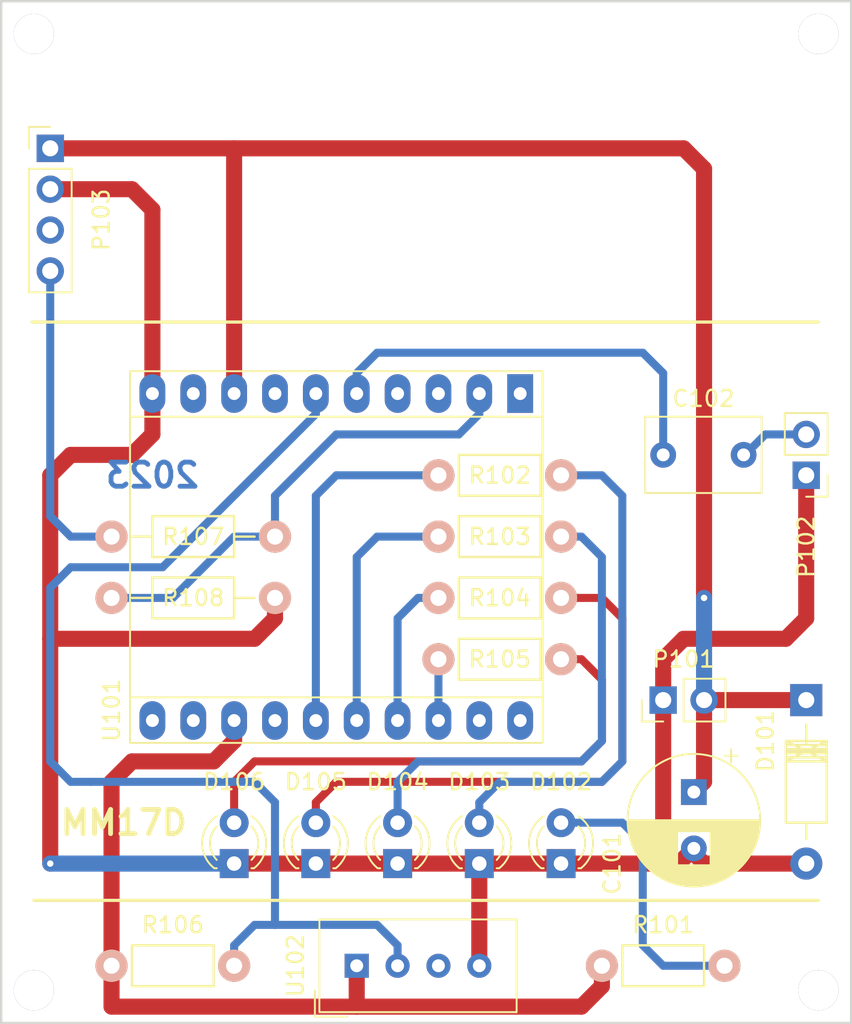
<source format=kicad_pcb>
(kicad_pcb (version 20171130) (host pcbnew 5.1.9+dfsg1-1+deb11u1)

  (general
    (thickness 1.6)
    (drawings 12)
    (tracks 135)
    (zones 0)
    (modules 25)
    (nets 30)
  )

  (page A4)
  (title_block
    (title "MM17D RH/T measuring device")
    (date 2023-10-06)
    (rev 231006)
    (company "Pozsar Zsolt - http://www.pozsarzs.hu")
  )

  (layers
    (0 F.Cu signal)
    (31 B.Cu jumper)
    (32 B.Adhes user hide)
    (33 F.Adhes user hide)
    (34 B.Paste user hide)
    (35 F.Paste user hide)
    (36 B.SilkS user)
    (37 F.SilkS user)
    (38 B.Mask user hide)
    (39 F.Mask user hide)
    (40 Dwgs.User user hide)
    (41 Cmts.User user hide)
    (42 Eco1.User user hide)
    (43 Eco2.User user hide)
    (44 Edge.Cuts user)
    (45 Margin user hide)
    (46 B.CrtYd user hide)
    (47 F.CrtYd user hide)
    (48 B.Fab user hide)
    (49 F.Fab user hide)
  )

  (setup
    (last_trace_width 0.25)
    (user_trace_width 0.5)
    (user_trace_width 1)
    (user_trace_width 2.5)
    (trace_clearance 0.2)
    (zone_clearance 0.508)
    (zone_45_only no)
    (trace_min 0.2)
    (via_size 0.6)
    (via_drill 0.4)
    (via_min_size 0.4)
    (via_min_drill 0.3)
    (uvia_size 0.3)
    (uvia_drill 0.1)
    (uvias_allowed no)
    (uvia_min_size 0.2)
    (uvia_min_drill 0.1)
    (edge_width 0.15)
    (segment_width 0.2)
    (pcb_text_width 0.3)
    (pcb_text_size 1.5 1.5)
    (mod_edge_width 0.15)
    (mod_text_size 1 1)
    (mod_text_width 0.15)
    (pad_size 1.7272 2.032)
    (pad_drill 1)
    (pad_to_mask_clearance 0.2)
    (aux_axis_origin 123.952 67.056)
    (visible_elements 7FFEFF7F)
    (pcbplotparams
      (layerselection 0x01000_fffffffe)
      (usegerberextensions false)
      (usegerberattributes true)
      (usegerberadvancedattributes true)
      (creategerberjobfile true)
      (excludeedgelayer false)
      (linewidth 0.150000)
      (plotframeref true)
      (viasonmask false)
      (mode 1)
      (useauxorigin false)
      (hpglpennumber 1)
      (hpglpenspeed 20)
      (hpglpendiameter 15.000000)
      (psnegative false)
      (psa4output false)
      (plotreference true)
      (plotvalue false)
      (plotinvisibletext false)
      (padsonsilk false)
      (subtractmaskfromsilk false)
      (outputformat 4)
      (mirror true)
      (drillshape 2)
      (scaleselection 1)
      (outputdirectory ""))
  )

  (net 0 "")
  (net 1 GND)
  (net 2 "Net-(C102-Pad1)")
  (net 3 "Net-(C102-Pad2)")
  (net 4 "Net-(D102-Pad2)")
  (net 5 "Net-(D103-Pad2)")
  (net 6 "Net-(D104-Pad2)")
  (net 7 "Net-(D105-Pad2)")
  (net 8 "Net-(D106-Pad2)")
  (net 9 "Net-(R102-Pad2)")
  (net 10 "Net-(R103-Pad1)")
  (net 11 "Net-(R104-Pad1)")
  (net 12 "Net-(R105-Pad1)")
  (net 13 "Net-(R106-Pad2)")
  (net 14 "Net-(R107-Pad2)")
  (net 15 "Net-(U102-Pad3)")
  (net 16 "Net-(C101-Pad1)")
  (net 17 "Net-(P103-Pad3)")
  (net 18 "Net-(P103-Pad4)")
  (net 19 "Net-(R101-Pad2)")
  (net 20 "Net-(U101-Pad20)")
  (net 21 "Net-(U101-Pad19)")
  (net 22 "Net-(U101-Pad9)")
  (net 23 "Net-(U101-Pad7)")
  (net 24 "Net-(U101-Pad14)")
  (net 25 "Net-(U101-Pad4)")
  (net 26 "Net-(U101-Pad3)")
  (net 27 "Net-(U101-Pad12)")
  (net 28 "Net-(U101-Pad11)")
  (net 29 "Net-(U101-Pad1)")

  (net_class Default "This is the default net class."
    (clearance 0.2)
    (trace_width 0.25)
    (via_dia 0.6)
    (via_drill 0.4)
    (uvia_dia 0.3)
    (uvia_drill 0.1)
    (add_net GND)
    (add_net "Net-(C101-Pad1)")
    (add_net "Net-(C102-Pad1)")
    (add_net "Net-(C102-Pad2)")
    (add_net "Net-(D102-Pad2)")
    (add_net "Net-(D103-Pad2)")
    (add_net "Net-(D104-Pad2)")
    (add_net "Net-(D105-Pad2)")
    (add_net "Net-(D106-Pad2)")
    (add_net "Net-(P103-Pad3)")
    (add_net "Net-(P103-Pad4)")
    (add_net "Net-(R101-Pad2)")
    (add_net "Net-(R102-Pad2)")
    (add_net "Net-(R103-Pad1)")
    (add_net "Net-(R104-Pad1)")
    (add_net "Net-(R105-Pad1)")
    (add_net "Net-(R106-Pad2)")
    (add_net "Net-(R107-Pad2)")
    (add_net "Net-(U101-Pad1)")
    (add_net "Net-(U101-Pad11)")
    (add_net "Net-(U101-Pad12)")
    (add_net "Net-(U101-Pad14)")
    (add_net "Net-(U101-Pad19)")
    (add_net "Net-(U101-Pad20)")
    (add_net "Net-(U101-Pad3)")
    (add_net "Net-(U101-Pad4)")
    (add_net "Net-(U101-Pad7)")
    (add_net "Net-(U101-Pad9)")
    (add_net "Net-(U102-Pad3)")
  )

  (module Connector_PinHeader_2.54mm:PinHeader_1x04_P2.54mm_Vertical (layer F.Cu) (tedit 59FED5CC) (tstamp 6529878C)
    (at 127 76.2)
    (descr "Through hole straight pin header, 1x04, 2.54mm pitch, single row")
    (tags "Through hole pin header THT 1x04 2.54mm single row")
    (path /652C3E16)
    (fp_text reference P103 (at 3.175 4.445 90) (layer F.SilkS)
      (effects (font (size 1 1) (thickness 0.15)))
    )
    (fp_text value Conn_01x04_Male (at 0 9.95) (layer F.Fab)
      (effects (font (size 1 1) (thickness 0.15)))
    )
    (fp_line (start 1.8 -1.8) (end -1.8 -1.8) (layer F.CrtYd) (width 0.05))
    (fp_line (start 1.8 9.4) (end 1.8 -1.8) (layer F.CrtYd) (width 0.05))
    (fp_line (start -1.8 9.4) (end 1.8 9.4) (layer F.CrtYd) (width 0.05))
    (fp_line (start -1.8 -1.8) (end -1.8 9.4) (layer F.CrtYd) (width 0.05))
    (fp_line (start -1.33 -1.33) (end 0 -1.33) (layer F.SilkS) (width 0.12))
    (fp_line (start -1.33 0) (end -1.33 -1.33) (layer F.SilkS) (width 0.12))
    (fp_line (start -1.33 1.27) (end 1.33 1.27) (layer F.SilkS) (width 0.12))
    (fp_line (start 1.33 1.27) (end 1.33 8.95) (layer F.SilkS) (width 0.12))
    (fp_line (start -1.33 1.27) (end -1.33 8.95) (layer F.SilkS) (width 0.12))
    (fp_line (start -1.33 8.95) (end 1.33 8.95) (layer F.SilkS) (width 0.12))
    (fp_line (start -1.27 -0.635) (end -0.635 -1.27) (layer F.Fab) (width 0.1))
    (fp_line (start -1.27 8.89) (end -1.27 -0.635) (layer F.Fab) (width 0.1))
    (fp_line (start 1.27 8.89) (end -1.27 8.89) (layer F.Fab) (width 0.1))
    (fp_line (start 1.27 -1.27) (end 1.27 8.89) (layer F.Fab) (width 0.1))
    (fp_line (start -0.635 -1.27) (end 1.27 -1.27) (layer F.Fab) (width 0.1))
    (fp_text user %R (at 0 3.81 90) (layer F.Fab)
      (effects (font (size 1 1) (thickness 0.15)))
    )
    (pad 1 thru_hole rect (at 0 0) (size 1.7 1.7) (drill 1) (layers *.Cu *.Mask)
      (net 16 "Net-(C101-Pad1)"))
    (pad 2 thru_hole oval (at 0 2.54) (size 1.7 1.7) (drill 1) (layers *.Cu *.Mask)
      (net 1 GND))
    (pad 3 thru_hole oval (at 0 5.08) (size 1.7 1.7) (drill 1) (layers *.Cu *.Mask)
      (net 17 "Net-(P103-Pad3)"))
    (pad 4 thru_hole oval (at 0 7.62) (size 1.7 1.7) (drill 1) (layers *.Cu *.Mask)
      (net 18 "Net-(P103-Pad4)"))
    (model ${KISYS3DMOD}/Connector_PinHeader_2.54mm.3dshapes/PinHeader_1x04_P2.54mm_Vertical.wrl
      (at (xyz 0 0 0))
      (scale (xyz 1 1 1))
      (rotate (xyz 0 0 0))
    )
  )

  (module mm7d:Adafruit_Huzzah_Breakout (layer F.Cu) (tedit 6520FD0C) (tstamp 65217355)
    (at 156.21 91.44 270)
    (descr "20-lead dip package, row spacing 20.3 mm, Socket, LongPads")
    (tags "DIL DIP PDIP 2.54mm 20.3mm Socket LongPads")
    (path /6521316D)
    (fp_text reference U101 (at 19.685 25.4 90) (layer F.SilkS)
      (effects (font (size 1 1) (thickness 0.15)))
    )
    (fp_text value "Adafruit Huzzah Breakout" (at 10.033 25.4508 90) (layer F.Fab)
      (effects (font (size 1 1) (thickness 0.15)))
    )
    (fp_line (start 1.635 -1.27) (end 6.985 -1.27) (layer F.Fab) (width 0.1))
    (fp_line (start 19.685 -1.27) (end 19.685 24.13) (layer F.Fab) (width 0.1))
    (fp_line (start 6.985 24.13) (end 0.635 24.13) (layer F.Fab) (width 0.1))
    (fp_line (start 0.635 24.13) (end 0.635 -0.27) (layer F.Fab) (width 0.1))
    (fp_line (start 0.635 -0.27) (end 1.635 -1.27) (layer F.Fab) (width 0.1))
    (fp_line (start -1.27 -1.27) (end -1.27 24.13) (layer F.Fab) (width 0.1))
    (fp_line (start -1.27 24.13) (end 21.59 24.13) (layer F.Fab) (width 0.1))
    (fp_line (start 21.59 24.13) (end 21.59 -1.27) (layer F.Fab) (width 0.1))
    (fp_line (start 21.59 -1.27) (end -1.27 -1.27) (layer F.Fab) (width 0.1))
    (fp_line (start 2.81 -1.39) (end 1.44 -1.39) (layer F.SilkS) (width 0.12))
    (fp_line (start 1.44 -1.39) (end 1.44 24.25) (layer F.SilkS) (width 0.12))
    (fp_line (start 1.44 24.25) (end 6.18 24.25) (layer F.SilkS) (width 0.12))
    (fp_line (start 18.88 24.25) (end 18.88 -1.39) (layer F.SilkS) (width 0.12))
    (fp_line (start 6.18 -1.39) (end 4.81 -1.39) (layer F.SilkS) (width 0.12))
    (fp_line (start -1.39 -1.39) (end -1.39 24.25) (layer F.SilkS) (width 0.12))
    (fp_line (start -1.39 24.25) (end 21.71 24.25) (layer F.SilkS) (width 0.12))
    (fp_line (start 21.71 24.25) (end 21.71 -1.39) (layer F.SilkS) (width 0.12))
    (fp_line (start 21.6916 -1.397) (end -1.39 -1.39) (layer F.SilkS) (width 0.12))
    (fp_line (start -1.7 -1.7) (end -1.7 24.5) (layer F.CrtYd) (width 0.05))
    (fp_line (start -1.7 24.5) (end 22 24.5) (layer F.CrtYd) (width 0.05))
    (fp_line (start 22 24.5) (end 22 -1.7) (layer F.CrtYd) (width 0.05))
    (fp_line (start 21.9964 -1.7) (end -1.7 -1.7) (layer F.CrtYd) (width 0.05))
    (fp_text user %R (at 2.5146 26.8986 90) (layer F.Fab)
      (effects (font (size 1 1) (thickness 0.15)))
    )
    (pad 20 thru_hole oval (at 20.32 0 270) (size 2.4 1.6) (drill 0.8) (layers *.Cu *.Mask)
      (net 20 "Net-(U101-Pad20)"))
    (pad 10 thru_hole oval (at 0 22.86 270) (size 2.4 1.6) (drill 0.8) (layers *.Cu *.Mask)
      (net 1 GND))
    (pad 19 thru_hole oval (at 20.32 2.54 270) (size 2.4 1.6) (drill 0.8) (layers *.Cu *.Mask)
      (net 21 "Net-(U101-Pad19)"))
    (pad 9 thru_hole oval (at 0 20.32 270) (size 2.4 1.6) (drill 0.8) (layers *.Cu *.Mask)
      (net 22 "Net-(U101-Pad9)"))
    (pad 18 thru_hole oval (at 20.32 5.08 270) (size 2.4 1.6) (drill 0.8) (layers *.Cu *.Mask)
      (net 12 "Net-(R105-Pad1)"))
    (pad 8 thru_hole oval (at 0 17.78 270) (size 2.4 1.6) (drill 0.8) (layers *.Cu *.Mask)
      (net 16 "Net-(C101-Pad1)"))
    (pad 17 thru_hole oval (at 20.32 7.62 270) (size 2.4 1.6) (drill 0.8) (layers *.Cu *.Mask)
      (net 11 "Net-(R104-Pad1)"))
    (pad 7 thru_hole oval (at 0 15.24 270) (size 2.4 1.6) (drill 0.8) (layers *.Cu *.Mask)
      (net 23 "Net-(U101-Pad7)"))
    (pad 16 thru_hole oval (at 20.32 10.16 270) (size 2.4 1.6) (drill 0.8) (layers *.Cu *.Mask)
      (net 10 "Net-(R103-Pad1)"))
    (pad 6 thru_hole oval (at 0 12.7 270) (size 2.4 1.6) (drill 0.8) (layers *.Cu *.Mask)
      (net 13 "Net-(R106-Pad2)"))
    (pad 15 thru_hole oval (at 20.32 12.7 270) (size 2.4 1.6) (drill 0.8) (layers *.Cu *.Mask)
      (net 9 "Net-(R102-Pad2)"))
    (pad 5 thru_hole oval (at 0 10.16 270) (size 2.4 1.6) (drill 0.8) (layers *.Cu *.Mask)
      (net 2 "Net-(C102-Pad1)"))
    (pad 14 thru_hole oval (at 20.32 15.24 270) (size 2.4 1.6) (drill 0.8) (layers *.Cu *.Mask)
      (net 24 "Net-(U101-Pad14)"))
    (pad 4 thru_hole oval (at 0 7.62 270) (size 2.4 1.6) (drill 0.8) (layers *.Cu *.Mask)
      (net 25 "Net-(U101-Pad4)"))
    (pad 13 thru_hole oval (at 20.32 17.78 270) (size 2.4 1.6) (drill 0.8) (layers *.Cu *.Mask)
      (net 19 "Net-(R101-Pad2)"))
    (pad 3 thru_hole oval (at 0 5.08 270) (size 2.4 1.6) (drill 0.8) (layers *.Cu *.Mask)
      (net 26 "Net-(U101-Pad3)"))
    (pad 12 thru_hole oval (at 20.32 20.32 270) (size 2.4 1.6) (drill 0.8) (layers *.Cu *.Mask)
      (net 27 "Net-(U101-Pad12)"))
    (pad 2 thru_hole oval (at 0 2.54 270) (size 2.4 1.6) (drill 0.8) (layers *.Cu *.Mask)
      (net 14 "Net-(R107-Pad2)"))
    (pad 11 thru_hole oval (at 20.32 22.86 270) (size 2.4 1.6) (drill 0.8) (layers *.Cu *.Mask)
      (net 28 "Net-(U101-Pad11)"))
    (pad 1 thru_hole rect (at 0 0 270) (size 2.4 1.6) (drill 0.8) (layers *.Cu *.Mask)
      (net 29 "Net-(U101-Pad1)"))
    (model ${KISYS3DMOD}/Housings_DIP.3dshapes/DIP-20_W7.62mm_Socket_LongPads.wrl
      (at (xyz 0 0 0))
      (scale (xyz 1 1 1))
      (rotate (xyz 0 0 0))
    )
  )

  (module Resistors_THT:Resistor_Horizontal_RM7mm (layer F.Cu) (tedit 5F0F1C93) (tstamp 5F0DB64F)
    (at 158.75 96.52 180)
    (descr "Resistor, Axial,  RM 7.62mm, 1/3W,")
    (tags "Resistor Axial RM 7.62mm 1/3W R3")
    (path /5EF7A4FE)
    (fp_text reference R102 (at 3.81 0 180) (layer F.SilkS)
      (effects (font (size 1 1) (thickness 0.15)))
    )
    (fp_text value 470 (at 3.81 3.81 180) (layer F.Fab)
      (effects (font (size 1 1) (thickness 0.15)))
    )
    (fp_line (start -1.25 -1.5) (end 8.85 -1.5) (layer F.CrtYd) (width 0.05))
    (fp_line (start -1.25 1.5) (end -1.25 -1.5) (layer F.CrtYd) (width 0.05))
    (fp_line (start 8.85 -1.5) (end 8.85 1.5) (layer F.CrtYd) (width 0.05))
    (fp_line (start -1.25 1.5) (end 8.85 1.5) (layer F.CrtYd) (width 0.05))
    (fp_line (start 1.27 -1.27) (end 6.35 -1.27) (layer F.SilkS) (width 0.15))
    (fp_line (start 6.35 -1.27) (end 6.35 1.27) (layer F.SilkS) (width 0.15))
    (fp_line (start 6.35 1.27) (end 1.27 1.27) (layer F.SilkS) (width 0.15))
    (fp_line (start 1.27 1.27) (end 1.27 -1.27) (layer F.SilkS) (width 0.15))
    (pad 1 thru_hole circle (at 0 0 180) (size 1.99898 1.99898) (drill 1) (layers *.Cu *.SilkS *.Mask)
      (net 5 "Net-(D103-Pad2)"))
    (pad 2 thru_hole circle (at 7.62 0 180) (size 1.99898 1.99898) (drill 1) (layers *.Cu *.SilkS *.Mask)
      (net 9 "Net-(R102-Pad2)"))
  )

  (module Resistors_THT:Resistor_Horizontal_RM7mm (layer F.Cu) (tedit 5F0F1CB5) (tstamp 5F0DB66B)
    (at 151.13 100.33)
    (descr "Resistor, Axial,  RM 7.62mm, 1/3W,")
    (tags "Resistor Axial RM 7.62mm 1/3W R3")
    (path /5EEE416B)
    (fp_text reference R103 (at 3.81 0) (layer F.SilkS)
      (effects (font (size 1 1) (thickness 0.15)))
    )
    (fp_text value 470 (at 3.81 3.81) (layer F.Fab)
      (effects (font (size 1 1) (thickness 0.15)))
    )
    (fp_line (start -1.25 -1.5) (end 8.85 -1.5) (layer F.CrtYd) (width 0.05))
    (fp_line (start -1.25 1.5) (end -1.25 -1.5) (layer F.CrtYd) (width 0.05))
    (fp_line (start 8.85 -1.5) (end 8.85 1.5) (layer F.CrtYd) (width 0.05))
    (fp_line (start -1.25 1.5) (end 8.85 1.5) (layer F.CrtYd) (width 0.05))
    (fp_line (start 1.27 -1.27) (end 6.35 -1.27) (layer F.SilkS) (width 0.15))
    (fp_line (start 6.35 -1.27) (end 6.35 1.27) (layer F.SilkS) (width 0.15))
    (fp_line (start 6.35 1.27) (end 1.27 1.27) (layer F.SilkS) (width 0.15))
    (fp_line (start 1.27 1.27) (end 1.27 -1.27) (layer F.SilkS) (width 0.15))
    (pad 1 thru_hole circle (at 0 0) (size 1.99898 1.99898) (drill 1) (layers *.Cu *.SilkS *.Mask)
      (net 10 "Net-(R103-Pad1)"))
    (pad 2 thru_hole circle (at 7.62 0) (size 1.99898 1.99898) (drill 1) (layers *.Cu *.SilkS *.Mask)
      (net 6 "Net-(D104-Pad2)"))
  )

  (module Resistors_THT:Resistor_Horizontal_RM7mm (layer F.Cu) (tedit 5F0F1CAB) (tstamp 5F0DB694)
    (at 151.13 107.95)
    (descr "Resistor, Axial,  RM 7.62mm, 1/3W,")
    (tags "Resistor Axial RM 7.62mm 1/3W R3")
    (path /5EF787E4)
    (fp_text reference R105 (at 3.81 0) (layer F.SilkS)
      (effects (font (size 1 1) (thickness 0.15)))
    )
    (fp_text value 470 (at 3.81 3.81) (layer F.Fab)
      (effects (font (size 1 1) (thickness 0.15)))
    )
    (fp_line (start -1.25 -1.5) (end 8.85 -1.5) (layer F.CrtYd) (width 0.05))
    (fp_line (start -1.25 1.5) (end -1.25 -1.5) (layer F.CrtYd) (width 0.05))
    (fp_line (start 8.85 -1.5) (end 8.85 1.5) (layer F.CrtYd) (width 0.05))
    (fp_line (start -1.25 1.5) (end 8.85 1.5) (layer F.CrtYd) (width 0.05))
    (fp_line (start 1.27 -1.27) (end 6.35 -1.27) (layer F.SilkS) (width 0.15))
    (fp_line (start 6.35 -1.27) (end 6.35 1.27) (layer F.SilkS) (width 0.15))
    (fp_line (start 6.35 1.27) (end 1.27 1.27) (layer F.SilkS) (width 0.15))
    (fp_line (start 1.27 1.27) (end 1.27 -1.27) (layer F.SilkS) (width 0.15))
    (pad 1 thru_hole circle (at 0 0) (size 1.99898 1.99898) (drill 1) (layers *.Cu *.SilkS *.Mask)
      (net 12 "Net-(R105-Pad1)"))
    (pad 2 thru_hole circle (at 7.62 0) (size 1.99898 1.99898) (drill 1) (layers *.Cu *.SilkS *.Mask)
      (net 8 "Net-(D106-Pad2)"))
  )

  (module Resistors_THT:Resistor_Horizontal_RM7mm (layer F.Cu) (tedit 5F0F1CAF) (tstamp 5F0DB6AF)
    (at 151.13 104.14)
    (descr "Resistor, Axial,  RM 7.62mm, 1/3W,")
    (tags "Resistor Axial RM 7.62mm 1/3W R3")
    (path /5EF77CF6)
    (fp_text reference R104 (at 3.81 0) (layer F.SilkS)
      (effects (font (size 1 1) (thickness 0.15)))
    )
    (fp_text value 470 (at 3.81 3.81) (layer F.Fab)
      (effects (font (size 1 1) (thickness 0.15)))
    )
    (fp_line (start -1.25 -1.5) (end 8.85 -1.5) (layer F.CrtYd) (width 0.05))
    (fp_line (start -1.25 1.5) (end -1.25 -1.5) (layer F.CrtYd) (width 0.05))
    (fp_line (start 8.85 -1.5) (end 8.85 1.5) (layer F.CrtYd) (width 0.05))
    (fp_line (start -1.25 1.5) (end 8.85 1.5) (layer F.CrtYd) (width 0.05))
    (fp_line (start 1.27 -1.27) (end 6.35 -1.27) (layer F.SilkS) (width 0.15))
    (fp_line (start 6.35 -1.27) (end 6.35 1.27) (layer F.SilkS) (width 0.15))
    (fp_line (start 6.35 1.27) (end 1.27 1.27) (layer F.SilkS) (width 0.15))
    (fp_line (start 1.27 1.27) (end 1.27 -1.27) (layer F.SilkS) (width 0.15))
    (pad 1 thru_hole circle (at 0 0) (size 1.99898 1.99898) (drill 1) (layers *.Cu *.SilkS *.Mask)
      (net 11 "Net-(R104-Pad1)"))
    (pad 2 thru_hole circle (at 7.62 0) (size 1.99898 1.99898) (drill 1) (layers *.Cu *.SilkS *.Mask)
      (net 7 "Net-(D105-Pad2)"))
  )

  (module Resistors_THT:Resistor_Horizontal_RM7mm (layer F.Cu) (tedit 5F0F1D8F) (tstamp 5F0DB777)
    (at 130.81 127)
    (descr "Resistor, Axial,  RM 7.62mm, 1/3W,")
    (tags "Resistor Axial RM 7.62mm 1/3W R3")
    (path /5EEE8D51)
    (fp_text reference R106 (at 3.81 -2.54) (layer F.SilkS)
      (effects (font (size 1 1) (thickness 0.15)))
    )
    (fp_text value 4.7k (at 3.81 3.81) (layer F.Fab)
      (effects (font (size 1 1) (thickness 0.15)))
    )
    (fp_line (start -1.25 -1.5) (end 8.85 -1.5) (layer F.CrtYd) (width 0.05))
    (fp_line (start -1.25 1.5) (end -1.25 -1.5) (layer F.CrtYd) (width 0.05))
    (fp_line (start 8.85 -1.5) (end 8.85 1.5) (layer F.CrtYd) (width 0.05))
    (fp_line (start -1.25 1.5) (end 8.85 1.5) (layer F.CrtYd) (width 0.05))
    (fp_line (start 1.27 -1.27) (end 6.35 -1.27) (layer F.SilkS) (width 0.15))
    (fp_line (start 6.35 -1.27) (end 6.35 1.27) (layer F.SilkS) (width 0.15))
    (fp_line (start 6.35 1.27) (end 1.27 1.27) (layer F.SilkS) (width 0.15))
    (fp_line (start 1.27 1.27) (end 1.27 -1.27) (layer F.SilkS) (width 0.15))
    (pad 1 thru_hole circle (at 0 0) (size 1.99898 1.99898) (drill 1) (layers *.Cu *.SilkS *.Mask)
      (net 19 "Net-(R101-Pad2)"))
    (pad 2 thru_hole circle (at 7.62 0) (size 1.99898 1.99898) (drill 1) (layers *.Cu *.SilkS *.Mask)
      (net 13 "Net-(R106-Pad2)"))
  )

  (module Resistors_THT:Resistor_Horizontal_RM10mm (layer F.Cu) (tedit 5F0F1DA4) (tstamp 5F0DBB52)
    (at 130.81 100.33)
    (descr "Resistor, Axial,  RM 10mm, 1/3W")
    (tags "Resistor Axial RM 10mm 1/3W")
    (path /5EEEB91E)
    (fp_text reference R107 (at 5.08 0) (layer F.SilkS)
      (effects (font (size 1 1) (thickness 0.15)))
    )
    (fp_text value shorted (at 5.08 3.81) (layer F.Fab)
      (effects (font (size 1 1) (thickness 0.15)))
    )
    (fp_line (start -1.25 -1.5) (end 11.4 -1.5) (layer F.CrtYd) (width 0.05))
    (fp_line (start -1.25 1.5) (end -1.25 -1.5) (layer F.CrtYd) (width 0.05))
    (fp_line (start 11.4 -1.5) (end 11.4 1.5) (layer F.CrtYd) (width 0.05))
    (fp_line (start -1.25 1.5) (end 11.4 1.5) (layer F.CrtYd) (width 0.05))
    (fp_line (start 2.54 -1.27) (end 7.62 -1.27) (layer F.SilkS) (width 0.15))
    (fp_line (start 7.62 -1.27) (end 7.62 1.27) (layer F.SilkS) (width 0.15))
    (fp_line (start 7.62 1.27) (end 2.54 1.27) (layer F.SilkS) (width 0.15))
    (fp_line (start 2.54 1.27) (end 2.54 -1.27) (layer F.SilkS) (width 0.15))
    (fp_line (start 2.54 0) (end 1.27 0) (layer F.SilkS) (width 0.15))
    (fp_line (start 7.62 0) (end 8.89 0) (layer F.SilkS) (width 0.15))
    (pad 1 thru_hole circle (at 0 0) (size 1.99898 1.99898) (drill 1) (layers *.Cu *.SilkS *.Mask)
      (net 18 "Net-(P103-Pad4)"))
    (pad 2 thru_hole circle (at 10.16 0) (size 1.99898 1.99898) (drill 1) (layers *.Cu *.SilkS *.Mask)
      (net 14 "Net-(R107-Pad2)"))
    (model Resistors_ThroughHole.3dshapes/Resistor_Horizontal_RM10mm.wrl
      (offset (xyz 5.079999923706055 0 0))
      (scale (xyz 0.4 0.4 0.4))
      (rotate (xyz 0 0 0))
    )
  )

  (module Resistors_THT:Resistor_Horizontal_RM10mm (layer F.Cu) (tedit 5F0F1DA9) (tstamp 5F0DBB71)
    (at 130.81 104.14)
    (descr "Resistor, Axial,  RM 10mm, 1/3W")
    (tags "Resistor Axial RM 10mm 1/3W")
    (path /5EEEB0AE)
    (fp_text reference R108 (at 5.08 0) (layer F.SilkS)
      (effects (font (size 1 1) (thickness 0.15)))
    )
    (fp_text value "not built in" (at 5.08 3.81) (layer F.Fab)
      (effects (font (size 1 1) (thickness 0.15)))
    )
    (fp_line (start -1.25 -1.5) (end 11.4 -1.5) (layer F.CrtYd) (width 0.05))
    (fp_line (start -1.25 1.5) (end -1.25 -1.5) (layer F.CrtYd) (width 0.05))
    (fp_line (start 11.4 -1.5) (end 11.4 1.5) (layer F.CrtYd) (width 0.05))
    (fp_line (start -1.25 1.5) (end 11.4 1.5) (layer F.CrtYd) (width 0.05))
    (fp_line (start 2.54 -1.27) (end 7.62 -1.27) (layer F.SilkS) (width 0.15))
    (fp_line (start 7.62 -1.27) (end 7.62 1.27) (layer F.SilkS) (width 0.15))
    (fp_line (start 7.62 1.27) (end 2.54 1.27) (layer F.SilkS) (width 0.15))
    (fp_line (start 2.54 1.27) (end 2.54 -1.27) (layer F.SilkS) (width 0.15))
    (fp_line (start 2.54 0) (end 1.27 0) (layer F.SilkS) (width 0.15))
    (fp_line (start 7.62 0) (end 8.89 0) (layer F.SilkS) (width 0.15))
    (pad 1 thru_hole circle (at 0 0) (size 1.99898 1.99898) (drill 1) (layers *.Cu *.SilkS *.Mask)
      (net 14 "Net-(R107-Pad2)"))
    (pad 2 thru_hole circle (at 10.16 0) (size 1.99898 1.99898) (drill 1) (layers *.Cu *.SilkS *.Mask)
      (net 1 GND))
    (model Resistors_ThroughHole.3dshapes/Resistor_Horizontal_RM10mm.wrl
      (offset (xyz 5.079999923706055 0 0))
      (scale (xyz 0.4 0.4 0.4))
      (rotate (xyz 0 0 0))
    )
  )

  (module Resistors_THT:Resistor_Horizontal_RM7mm (layer F.Cu) (tedit 5F0F1D52) (tstamp 5F0DF8AD)
    (at 168.91 127 180)
    (descr "Resistor, Axial,  RM 7.62mm, 1/3W,")
    (tags "Resistor Axial RM 7.62mm 1/3W R3")
    (path /5F021C4E)
    (fp_text reference R101 (at 3.81 2.54 180) (layer F.SilkS)
      (effects (font (size 1 1) (thickness 0.15)))
    )
    (fp_text value 470 (at 3.81 3.81 180) (layer F.Fab)
      (effects (font (size 1 1) (thickness 0.15)))
    )
    (fp_line (start -1.25 -1.5) (end 8.85 -1.5) (layer F.CrtYd) (width 0.05))
    (fp_line (start -1.25 1.5) (end -1.25 -1.5) (layer F.CrtYd) (width 0.05))
    (fp_line (start 8.85 -1.5) (end 8.85 1.5) (layer F.CrtYd) (width 0.05))
    (fp_line (start -1.25 1.5) (end 8.85 1.5) (layer F.CrtYd) (width 0.05))
    (fp_line (start 1.27 -1.27) (end 6.35 -1.27) (layer F.SilkS) (width 0.15))
    (fp_line (start 6.35 -1.27) (end 6.35 1.27) (layer F.SilkS) (width 0.15))
    (fp_line (start 6.35 1.27) (end 1.27 1.27) (layer F.SilkS) (width 0.15))
    (fp_line (start 1.27 1.27) (end 1.27 -1.27) (layer F.SilkS) (width 0.15))
    (pad 1 thru_hole circle (at 0 0 180) (size 1.99898 1.99898) (drill 1) (layers *.Cu *.SilkS *.Mask)
      (net 4 "Net-(D102-Pad2)"))
    (pad 2 thru_hole circle (at 7.62 0 180) (size 1.99898 1.99898) (drill 1) (layers *.Cu *.SilkS *.Mask)
      (net 19 "Net-(R101-Pad2)"))
  )

  (module Diodes_THT:Diode_DO-41_SOD81_Horizontal_RM10 (layer F.Cu) (tedit 5F0F1CF6) (tstamp 5F0DFC61)
    (at 173.99 110.49 270)
    (descr "Diode, DO-41, SOD81, Horizontal, RM 10mm,")
    (tags "Diode, DO-41, SOD81, Horizontal, RM 10mm, 1N4007, SB140,")
    (path /5F0E9A5B)
    (fp_text reference D101 (at 2.54 2.53746 270) (layer F.SilkS)
      (effects (font (size 1 1) (thickness 0.15)))
    )
    (fp_text value 1N4001 (at 4.37134 -3.55854 270) (layer F.Fab)
      (effects (font (size 1 1) (thickness 0.15)))
    )
    (fp_line (start 7.62 -0.00254) (end 8.636 -0.00254) (layer F.SilkS) (width 0.15))
    (fp_line (start 2.794 -0.00254) (end 1.524 -0.00254) (layer F.SilkS) (width 0.15))
    (fp_line (start 3.048 -1.27254) (end 3.048 1.26746) (layer F.SilkS) (width 0.15))
    (fp_line (start 3.302 -1.27254) (end 3.302 1.26746) (layer F.SilkS) (width 0.15))
    (fp_line (start 3.556 -1.27254) (end 3.556 1.26746) (layer F.SilkS) (width 0.15))
    (fp_line (start 2.794 -1.27254) (end 2.794 1.26746) (layer F.SilkS) (width 0.15))
    (fp_line (start 3.81 -1.27254) (end 2.54 1.26746) (layer F.SilkS) (width 0.15))
    (fp_line (start 2.54 -1.27254) (end 3.81 1.26746) (layer F.SilkS) (width 0.15))
    (fp_line (start 3.81 -1.27254) (end 3.81 1.26746) (layer F.SilkS) (width 0.15))
    (fp_line (start 3.175 -1.27254) (end 3.175 1.26746) (layer F.SilkS) (width 0.15))
    (fp_line (start 2.54 1.26746) (end 2.54 -1.27254) (layer F.SilkS) (width 0.15))
    (fp_line (start 2.54 -1.27254) (end 7.62 -1.27254) (layer F.SilkS) (width 0.15))
    (fp_line (start 7.62 -1.27254) (end 7.62 1.26746) (layer F.SilkS) (width 0.15))
    (fp_line (start 7.62 1.26746) (end 2.54 1.26746) (layer F.SilkS) (width 0.15))
    (pad 2 thru_hole circle (at 10.16 -0.00254 90) (size 1.99898 1.99898) (drill 1) (layers *.Cu *.Mask)
      (net 1 GND))
    (pad 1 thru_hole rect (at 0 -0.00254 90) (size 1.99898 1.99898) (drill 1) (layers *.Cu *.Mask)
      (net 16 "Net-(C101-Pad1)"))
  )

  (module mm7d:MyMountingHole_2.5mm (layer F.Cu) (tedit 5F0F1050) (tstamp 5F122109)
    (at 174.752 69.088)
    (descr "Mounting Hole 2.5mm, no annular")
    (tags "mounting hole 2.5mm no annular")
    (fp_text reference REF** (at 0 -3.5) (layer F.SilkS) hide
      (effects (font (size 1 1) (thickness 0.15)))
    )
    (fp_text value MountingHole_2.5mm (at 0 3.5) (layer F.Fab)
      (effects (font (size 1 1) (thickness 0.15)))
    )
    (fp_circle (center 0 0) (end 1.3 0) (layer Cmts.User) (width 0.15))
    (fp_circle (center 0 0) (end 1.35 0) (layer F.CrtYd) (width 0.05))
    (pad 1 thru_hole circle (at 0 0) (size 2.5 2.5) (drill 2.5) (layers B.Cu))
  )

  (module mm7d:MyMountingHole_2.5mm (layer F.Cu) (tedit 5F0F1049) (tstamp 5F122116)
    (at 125.984 69.088)
    (descr "Mounting Hole 2.5mm, no annular")
    (tags "mounting hole 2.5mm no annular")
    (fp_text reference REF** (at 0 -3.5) (layer F.SilkS) hide
      (effects (font (size 1 1) (thickness 0.15)))
    )
    (fp_text value MountingHole_2.5mm (at 0 3.5) (layer F.Fab)
      (effects (font (size 1 1) (thickness 0.15)))
    )
    (fp_circle (center 0 0) (end 1.3 0) (layer Cmts.User) (width 0.15))
    (fp_circle (center 0 0) (end 1.35 0) (layer F.CrtYd) (width 0.05))
    (pad 1 thru_hole circle (at 0 0) (size 2.5 2.5) (drill 2.5) (layers B.Cu))
  )

  (module mm7d:MyMountingHole_2.5mm (layer F.Cu) (tedit 5F0F1056) (tstamp 5F122123)
    (at 174.752 128.524)
    (descr "Mounting Hole 2.5mm, no annular")
    (tags "mounting hole 2.5mm no annular")
    (fp_text reference REF** (at 0 -3.5) (layer F.SilkS) hide
      (effects (font (size 1 1) (thickness 0.15)))
    )
    (fp_text value MountingHole_2.5mm (at 0 3.5) (layer F.Fab)
      (effects (font (size 1 1) (thickness 0.15)))
    )
    (fp_circle (center 0 0) (end 1.3 0) (layer Cmts.User) (width 0.15))
    (fp_circle (center 0 0) (end 1.35 0) (layer F.CrtYd) (width 0.05))
    (pad 1 thru_hole circle (at 0 0) (size 2.5 2.5) (drill 2.5) (layers B.Cu))
  )

  (module mm7d:MyMountingHole_2.5mm (layer F.Cu) (tedit 5F0F1042) (tstamp 5F122130)
    (at 125.984 128.524)
    (descr "Mounting Hole 2.5mm, no annular")
    (tags "mounting hole 2.5mm no annular")
    (fp_text reference REF** (at 0 -3.5) (layer F.SilkS) hide
      (effects (font (size 1 1) (thickness 0.15)))
    )
    (fp_text value MountingHole_2.5mm (at 0 3.5) (layer F.Fab)
      (effects (font (size 1 1) (thickness 0.15)))
    )
    (fp_circle (center 0 0) (end 1.3 0) (layer Cmts.User) (width 0.15))
    (fp_circle (center 0 0) (end 1.35 0) (layer F.CrtYd) (width 0.05))
    (pad 1 thru_hole circle (at 0 0) (size 2.5 2.5) (drill 2.5) (layers B.Cu))
  )

  (module Capacitor_THT:CP_Radial_D8.0mm_P3.50mm (layer F.Cu) (tedit 5AE50EF0) (tstamp 65299C18)
    (at 167.005 116.205 270)
    (descr "CP, Radial series, Radial, pin pitch=3.50mm, , diameter=8mm, Electrolytic Capacitor")
    (tags "CP Radial series Radial pin pitch 3.50mm  diameter 8mm Electrolytic Capacitor")
    (path /5EF7C17E)
    (fp_text reference C101 (at 4.445 5.08 270) (layer F.SilkS)
      (effects (font (size 1 1) (thickness 0.15)))
    )
    (fp_text value 470u (at 1.75 5.25 90) (layer F.Fab)
      (effects (font (size 1 1) (thickness 0.15)))
    )
    (fp_line (start -2.259698 -2.715) (end -2.259698 -1.915) (layer F.SilkS) (width 0.12))
    (fp_line (start -2.659698 -2.315) (end -1.859698 -2.315) (layer F.SilkS) (width 0.12))
    (fp_line (start 5.831 -0.533) (end 5.831 0.533) (layer F.SilkS) (width 0.12))
    (fp_line (start 5.791 -0.768) (end 5.791 0.768) (layer F.SilkS) (width 0.12))
    (fp_line (start 5.751 -0.948) (end 5.751 0.948) (layer F.SilkS) (width 0.12))
    (fp_line (start 5.711 -1.098) (end 5.711 1.098) (layer F.SilkS) (width 0.12))
    (fp_line (start 5.671 -1.229) (end 5.671 1.229) (layer F.SilkS) (width 0.12))
    (fp_line (start 5.631 -1.346) (end 5.631 1.346) (layer F.SilkS) (width 0.12))
    (fp_line (start 5.591 -1.453) (end 5.591 1.453) (layer F.SilkS) (width 0.12))
    (fp_line (start 5.551 -1.552) (end 5.551 1.552) (layer F.SilkS) (width 0.12))
    (fp_line (start 5.511 -1.645) (end 5.511 1.645) (layer F.SilkS) (width 0.12))
    (fp_line (start 5.471 -1.731) (end 5.471 1.731) (layer F.SilkS) (width 0.12))
    (fp_line (start 5.431 -1.813) (end 5.431 1.813) (layer F.SilkS) (width 0.12))
    (fp_line (start 5.391 -1.89) (end 5.391 1.89) (layer F.SilkS) (width 0.12))
    (fp_line (start 5.351 -1.964) (end 5.351 1.964) (layer F.SilkS) (width 0.12))
    (fp_line (start 5.311 -2.034) (end 5.311 2.034) (layer F.SilkS) (width 0.12))
    (fp_line (start 5.271 -2.102) (end 5.271 2.102) (layer F.SilkS) (width 0.12))
    (fp_line (start 5.231 -2.166) (end 5.231 2.166) (layer F.SilkS) (width 0.12))
    (fp_line (start 5.191 -2.228) (end 5.191 2.228) (layer F.SilkS) (width 0.12))
    (fp_line (start 5.151 -2.287) (end 5.151 2.287) (layer F.SilkS) (width 0.12))
    (fp_line (start 5.111 -2.345) (end 5.111 2.345) (layer F.SilkS) (width 0.12))
    (fp_line (start 5.071 -2.4) (end 5.071 2.4) (layer F.SilkS) (width 0.12))
    (fp_line (start 5.031 -2.454) (end 5.031 2.454) (layer F.SilkS) (width 0.12))
    (fp_line (start 4.991 -2.505) (end 4.991 2.505) (layer F.SilkS) (width 0.12))
    (fp_line (start 4.951 -2.556) (end 4.951 2.556) (layer F.SilkS) (width 0.12))
    (fp_line (start 4.911 -2.604) (end 4.911 2.604) (layer F.SilkS) (width 0.12))
    (fp_line (start 4.871 -2.651) (end 4.871 2.651) (layer F.SilkS) (width 0.12))
    (fp_line (start 4.831 -2.697) (end 4.831 2.697) (layer F.SilkS) (width 0.12))
    (fp_line (start 4.791 -2.741) (end 4.791 2.741) (layer F.SilkS) (width 0.12))
    (fp_line (start 4.751 -2.784) (end 4.751 2.784) (layer F.SilkS) (width 0.12))
    (fp_line (start 4.711 -2.826) (end 4.711 2.826) (layer F.SilkS) (width 0.12))
    (fp_line (start 4.671 -2.867) (end 4.671 2.867) (layer F.SilkS) (width 0.12))
    (fp_line (start 4.631 -2.907) (end 4.631 2.907) (layer F.SilkS) (width 0.12))
    (fp_line (start 4.591 -2.945) (end 4.591 2.945) (layer F.SilkS) (width 0.12))
    (fp_line (start 4.551 -2.983) (end 4.551 2.983) (layer F.SilkS) (width 0.12))
    (fp_line (start 4.511 1.04) (end 4.511 3.019) (layer F.SilkS) (width 0.12))
    (fp_line (start 4.511 -3.019) (end 4.511 -1.04) (layer F.SilkS) (width 0.12))
    (fp_line (start 4.471 1.04) (end 4.471 3.055) (layer F.SilkS) (width 0.12))
    (fp_line (start 4.471 -3.055) (end 4.471 -1.04) (layer F.SilkS) (width 0.12))
    (fp_line (start 4.431 1.04) (end 4.431 3.09) (layer F.SilkS) (width 0.12))
    (fp_line (start 4.431 -3.09) (end 4.431 -1.04) (layer F.SilkS) (width 0.12))
    (fp_line (start 4.391 1.04) (end 4.391 3.124) (layer F.SilkS) (width 0.12))
    (fp_line (start 4.391 -3.124) (end 4.391 -1.04) (layer F.SilkS) (width 0.12))
    (fp_line (start 4.351 1.04) (end 4.351 3.156) (layer F.SilkS) (width 0.12))
    (fp_line (start 4.351 -3.156) (end 4.351 -1.04) (layer F.SilkS) (width 0.12))
    (fp_line (start 4.311 1.04) (end 4.311 3.189) (layer F.SilkS) (width 0.12))
    (fp_line (start 4.311 -3.189) (end 4.311 -1.04) (layer F.SilkS) (width 0.12))
    (fp_line (start 4.271 1.04) (end 4.271 3.22) (layer F.SilkS) (width 0.12))
    (fp_line (start 4.271 -3.22) (end 4.271 -1.04) (layer F.SilkS) (width 0.12))
    (fp_line (start 4.231 1.04) (end 4.231 3.25) (layer F.SilkS) (width 0.12))
    (fp_line (start 4.231 -3.25) (end 4.231 -1.04) (layer F.SilkS) (width 0.12))
    (fp_line (start 4.191 1.04) (end 4.191 3.28) (layer F.SilkS) (width 0.12))
    (fp_line (start 4.191 -3.28) (end 4.191 -1.04) (layer F.SilkS) (width 0.12))
    (fp_line (start 4.151 1.04) (end 4.151 3.309) (layer F.SilkS) (width 0.12))
    (fp_line (start 4.151 -3.309) (end 4.151 -1.04) (layer F.SilkS) (width 0.12))
    (fp_line (start 4.111 1.04) (end 4.111 3.338) (layer F.SilkS) (width 0.12))
    (fp_line (start 4.111 -3.338) (end 4.111 -1.04) (layer F.SilkS) (width 0.12))
    (fp_line (start 4.071 1.04) (end 4.071 3.365) (layer F.SilkS) (width 0.12))
    (fp_line (start 4.071 -3.365) (end 4.071 -1.04) (layer F.SilkS) (width 0.12))
    (fp_line (start 4.031 1.04) (end 4.031 3.392) (layer F.SilkS) (width 0.12))
    (fp_line (start 4.031 -3.392) (end 4.031 -1.04) (layer F.SilkS) (width 0.12))
    (fp_line (start 3.991 1.04) (end 3.991 3.418) (layer F.SilkS) (width 0.12))
    (fp_line (start 3.991 -3.418) (end 3.991 -1.04) (layer F.SilkS) (width 0.12))
    (fp_line (start 3.951 1.04) (end 3.951 3.444) (layer F.SilkS) (width 0.12))
    (fp_line (start 3.951 -3.444) (end 3.951 -1.04) (layer F.SilkS) (width 0.12))
    (fp_line (start 3.911 1.04) (end 3.911 3.469) (layer F.SilkS) (width 0.12))
    (fp_line (start 3.911 -3.469) (end 3.911 -1.04) (layer F.SilkS) (width 0.12))
    (fp_line (start 3.871 1.04) (end 3.871 3.493) (layer F.SilkS) (width 0.12))
    (fp_line (start 3.871 -3.493) (end 3.871 -1.04) (layer F.SilkS) (width 0.12))
    (fp_line (start 3.831 1.04) (end 3.831 3.517) (layer F.SilkS) (width 0.12))
    (fp_line (start 3.831 -3.517) (end 3.831 -1.04) (layer F.SilkS) (width 0.12))
    (fp_line (start 3.791 1.04) (end 3.791 3.54) (layer F.SilkS) (width 0.12))
    (fp_line (start 3.791 -3.54) (end 3.791 -1.04) (layer F.SilkS) (width 0.12))
    (fp_line (start 3.751 1.04) (end 3.751 3.562) (layer F.SilkS) (width 0.12))
    (fp_line (start 3.751 -3.562) (end 3.751 -1.04) (layer F.SilkS) (width 0.12))
    (fp_line (start 3.711 1.04) (end 3.711 3.584) (layer F.SilkS) (width 0.12))
    (fp_line (start 3.711 -3.584) (end 3.711 -1.04) (layer F.SilkS) (width 0.12))
    (fp_line (start 3.671 1.04) (end 3.671 3.606) (layer F.SilkS) (width 0.12))
    (fp_line (start 3.671 -3.606) (end 3.671 -1.04) (layer F.SilkS) (width 0.12))
    (fp_line (start 3.631 1.04) (end 3.631 3.627) (layer F.SilkS) (width 0.12))
    (fp_line (start 3.631 -3.627) (end 3.631 -1.04) (layer F.SilkS) (width 0.12))
    (fp_line (start 3.591 1.04) (end 3.591 3.647) (layer F.SilkS) (width 0.12))
    (fp_line (start 3.591 -3.647) (end 3.591 -1.04) (layer F.SilkS) (width 0.12))
    (fp_line (start 3.551 1.04) (end 3.551 3.666) (layer F.SilkS) (width 0.12))
    (fp_line (start 3.551 -3.666) (end 3.551 -1.04) (layer F.SilkS) (width 0.12))
    (fp_line (start 3.511 1.04) (end 3.511 3.686) (layer F.SilkS) (width 0.12))
    (fp_line (start 3.511 -3.686) (end 3.511 -1.04) (layer F.SilkS) (width 0.12))
    (fp_line (start 3.471 1.04) (end 3.471 3.704) (layer F.SilkS) (width 0.12))
    (fp_line (start 3.471 -3.704) (end 3.471 -1.04) (layer F.SilkS) (width 0.12))
    (fp_line (start 3.431 1.04) (end 3.431 3.722) (layer F.SilkS) (width 0.12))
    (fp_line (start 3.431 -3.722) (end 3.431 -1.04) (layer F.SilkS) (width 0.12))
    (fp_line (start 3.391 1.04) (end 3.391 3.74) (layer F.SilkS) (width 0.12))
    (fp_line (start 3.391 -3.74) (end 3.391 -1.04) (layer F.SilkS) (width 0.12))
    (fp_line (start 3.351 1.04) (end 3.351 3.757) (layer F.SilkS) (width 0.12))
    (fp_line (start 3.351 -3.757) (end 3.351 -1.04) (layer F.SilkS) (width 0.12))
    (fp_line (start 3.311 1.04) (end 3.311 3.774) (layer F.SilkS) (width 0.12))
    (fp_line (start 3.311 -3.774) (end 3.311 -1.04) (layer F.SilkS) (width 0.12))
    (fp_line (start 3.271 1.04) (end 3.271 3.79) (layer F.SilkS) (width 0.12))
    (fp_line (start 3.271 -3.79) (end 3.271 -1.04) (layer F.SilkS) (width 0.12))
    (fp_line (start 3.231 1.04) (end 3.231 3.805) (layer F.SilkS) (width 0.12))
    (fp_line (start 3.231 -3.805) (end 3.231 -1.04) (layer F.SilkS) (width 0.12))
    (fp_line (start 3.191 1.04) (end 3.191 3.821) (layer F.SilkS) (width 0.12))
    (fp_line (start 3.191 -3.821) (end 3.191 -1.04) (layer F.SilkS) (width 0.12))
    (fp_line (start 3.151 1.04) (end 3.151 3.835) (layer F.SilkS) (width 0.12))
    (fp_line (start 3.151 -3.835) (end 3.151 -1.04) (layer F.SilkS) (width 0.12))
    (fp_line (start 3.111 1.04) (end 3.111 3.85) (layer F.SilkS) (width 0.12))
    (fp_line (start 3.111 -3.85) (end 3.111 -1.04) (layer F.SilkS) (width 0.12))
    (fp_line (start 3.071 1.04) (end 3.071 3.863) (layer F.SilkS) (width 0.12))
    (fp_line (start 3.071 -3.863) (end 3.071 -1.04) (layer F.SilkS) (width 0.12))
    (fp_line (start 3.031 1.04) (end 3.031 3.877) (layer F.SilkS) (width 0.12))
    (fp_line (start 3.031 -3.877) (end 3.031 -1.04) (layer F.SilkS) (width 0.12))
    (fp_line (start 2.991 1.04) (end 2.991 3.889) (layer F.SilkS) (width 0.12))
    (fp_line (start 2.991 -3.889) (end 2.991 -1.04) (layer F.SilkS) (width 0.12))
    (fp_line (start 2.951 1.04) (end 2.951 3.902) (layer F.SilkS) (width 0.12))
    (fp_line (start 2.951 -3.902) (end 2.951 -1.04) (layer F.SilkS) (width 0.12))
    (fp_line (start 2.911 1.04) (end 2.911 3.914) (layer F.SilkS) (width 0.12))
    (fp_line (start 2.911 -3.914) (end 2.911 -1.04) (layer F.SilkS) (width 0.12))
    (fp_line (start 2.871 1.04) (end 2.871 3.925) (layer F.SilkS) (width 0.12))
    (fp_line (start 2.871 -3.925) (end 2.871 -1.04) (layer F.SilkS) (width 0.12))
    (fp_line (start 2.831 1.04) (end 2.831 3.936) (layer F.SilkS) (width 0.12))
    (fp_line (start 2.831 -3.936) (end 2.831 -1.04) (layer F.SilkS) (width 0.12))
    (fp_line (start 2.791 1.04) (end 2.791 3.947) (layer F.SilkS) (width 0.12))
    (fp_line (start 2.791 -3.947) (end 2.791 -1.04) (layer F.SilkS) (width 0.12))
    (fp_line (start 2.751 1.04) (end 2.751 3.957) (layer F.SilkS) (width 0.12))
    (fp_line (start 2.751 -3.957) (end 2.751 -1.04) (layer F.SilkS) (width 0.12))
    (fp_line (start 2.711 1.04) (end 2.711 3.967) (layer F.SilkS) (width 0.12))
    (fp_line (start 2.711 -3.967) (end 2.711 -1.04) (layer F.SilkS) (width 0.12))
    (fp_line (start 2.671 1.04) (end 2.671 3.976) (layer F.SilkS) (width 0.12))
    (fp_line (start 2.671 -3.976) (end 2.671 -1.04) (layer F.SilkS) (width 0.12))
    (fp_line (start 2.631 1.04) (end 2.631 3.985) (layer F.SilkS) (width 0.12))
    (fp_line (start 2.631 -3.985) (end 2.631 -1.04) (layer F.SilkS) (width 0.12))
    (fp_line (start 2.591 1.04) (end 2.591 3.994) (layer F.SilkS) (width 0.12))
    (fp_line (start 2.591 -3.994) (end 2.591 -1.04) (layer F.SilkS) (width 0.12))
    (fp_line (start 2.551 1.04) (end 2.551 4.002) (layer F.SilkS) (width 0.12))
    (fp_line (start 2.551 -4.002) (end 2.551 -1.04) (layer F.SilkS) (width 0.12))
    (fp_line (start 2.511 1.04) (end 2.511 4.01) (layer F.SilkS) (width 0.12))
    (fp_line (start 2.511 -4.01) (end 2.511 -1.04) (layer F.SilkS) (width 0.12))
    (fp_line (start 2.471 1.04) (end 2.471 4.017) (layer F.SilkS) (width 0.12))
    (fp_line (start 2.471 -4.017) (end 2.471 -1.04) (layer F.SilkS) (width 0.12))
    (fp_line (start 2.43 -4.024) (end 2.43 4.024) (layer F.SilkS) (width 0.12))
    (fp_line (start 2.39 -4.03) (end 2.39 4.03) (layer F.SilkS) (width 0.12))
    (fp_line (start 2.35 -4.037) (end 2.35 4.037) (layer F.SilkS) (width 0.12))
    (fp_line (start 2.31 -4.042) (end 2.31 4.042) (layer F.SilkS) (width 0.12))
    (fp_line (start 2.27 -4.048) (end 2.27 4.048) (layer F.SilkS) (width 0.12))
    (fp_line (start 2.23 -4.052) (end 2.23 4.052) (layer F.SilkS) (width 0.12))
    (fp_line (start 2.19 -4.057) (end 2.19 4.057) (layer F.SilkS) (width 0.12))
    (fp_line (start 2.15 -4.061) (end 2.15 4.061) (layer F.SilkS) (width 0.12))
    (fp_line (start 2.11 -4.065) (end 2.11 4.065) (layer F.SilkS) (width 0.12))
    (fp_line (start 2.07 -4.068) (end 2.07 4.068) (layer F.SilkS) (width 0.12))
    (fp_line (start 2.03 -4.071) (end 2.03 4.071) (layer F.SilkS) (width 0.12))
    (fp_line (start 1.99 -4.074) (end 1.99 4.074) (layer F.SilkS) (width 0.12))
    (fp_line (start 1.95 -4.076) (end 1.95 4.076) (layer F.SilkS) (width 0.12))
    (fp_line (start 1.91 -4.077) (end 1.91 4.077) (layer F.SilkS) (width 0.12))
    (fp_line (start 1.87 -4.079) (end 1.87 4.079) (layer F.SilkS) (width 0.12))
    (fp_line (start 1.83 -4.08) (end 1.83 4.08) (layer F.SilkS) (width 0.12))
    (fp_line (start 1.79 -4.08) (end 1.79 4.08) (layer F.SilkS) (width 0.12))
    (fp_line (start 1.75 -4.08) (end 1.75 4.08) (layer F.SilkS) (width 0.12))
    (fp_line (start -1.276759 -2.1475) (end -1.276759 -1.3475) (layer F.Fab) (width 0.1))
    (fp_line (start -1.676759 -1.7475) (end -0.876759 -1.7475) (layer F.Fab) (width 0.1))
    (fp_circle (center 1.75 0) (end 6 0) (layer F.CrtYd) (width 0.05))
    (fp_circle (center 1.75 0) (end 5.87 0) (layer F.SilkS) (width 0.12))
    (fp_circle (center 1.75 0) (end 5.75 0) (layer F.Fab) (width 0.1))
    (fp_text user %R (at 1.75 0 90) (layer F.Fab)
      (effects (font (size 1 1) (thickness 0.15)))
    )
    (pad 1 thru_hole rect (at 0 0 270) (size 1.6 1.6) (drill 0.8) (layers *.Cu *.Mask)
      (net 16 "Net-(C101-Pad1)"))
    (pad 2 thru_hole circle (at 3.5 0 270) (size 1.6 1.6) (drill 0.8) (layers *.Cu *.Mask)
      (net 1 GND))
    (model ${KISYS3DMOD}/Capacitor_THT.3dshapes/CP_Radial_D8.0mm_P3.50mm.wrl
      (at (xyz 0 0 0))
      (scale (xyz 1 1 1))
      (rotate (xyz 0 0 0))
    )
  )

  (module Capacitor_THT:C_Rect_L7.0mm_W4.5mm_P5.00mm (layer F.Cu) (tedit 5AE50EF0) (tstamp 65299CC0)
    (at 165.1 95.25)
    (descr "C, Rect series, Radial, pin pitch=5.00mm, , length*width=7*4.5mm^2, Capacitor")
    (tags "C Rect series Radial pin pitch 5.00mm  length 7mm width 4.5mm Capacitor")
    (path /5EFA265C)
    (fp_text reference C102 (at 2.5 -3.5) (layer F.SilkS)
      (effects (font (size 1 1) (thickness 0.15)))
    )
    (fp_text value 2.2u (at 2.5 3.5) (layer F.Fab)
      (effects (font (size 1 1) (thickness 0.15)))
    )
    (fp_line (start 6.25 -2.5) (end -1.25 -2.5) (layer F.CrtYd) (width 0.05))
    (fp_line (start 6.25 2.5) (end 6.25 -2.5) (layer F.CrtYd) (width 0.05))
    (fp_line (start -1.25 2.5) (end 6.25 2.5) (layer F.CrtYd) (width 0.05))
    (fp_line (start -1.25 -2.5) (end -1.25 2.5) (layer F.CrtYd) (width 0.05))
    (fp_line (start 6.12 -2.37) (end 6.12 2.37) (layer F.SilkS) (width 0.12))
    (fp_line (start -1.12 -2.37) (end -1.12 2.37) (layer F.SilkS) (width 0.12))
    (fp_line (start -1.12 2.37) (end 6.12 2.37) (layer F.SilkS) (width 0.12))
    (fp_line (start -1.12 -2.37) (end 6.12 -2.37) (layer F.SilkS) (width 0.12))
    (fp_line (start 6 -2.25) (end -1 -2.25) (layer F.Fab) (width 0.1))
    (fp_line (start 6 2.25) (end 6 -2.25) (layer F.Fab) (width 0.1))
    (fp_line (start -1 2.25) (end 6 2.25) (layer F.Fab) (width 0.1))
    (fp_line (start -1 -2.25) (end -1 2.25) (layer F.Fab) (width 0.1))
    (fp_text user %R (at 2.5 0) (layer F.Fab)
      (effects (font (size 1 1) (thickness 0.15)))
    )
    (pad 1 thru_hole circle (at 0 0) (size 1.6 1.6) (drill 0.8) (layers *.Cu *.Mask)
      (net 2 "Net-(C102-Pad1)"))
    (pad 2 thru_hole circle (at 5 0) (size 1.6 1.6) (drill 0.8) (layers *.Cu *.Mask)
      (net 3 "Net-(C102-Pad2)"))
    (model ${KISYS3DMOD}/Capacitor_THT.3dshapes/C_Rect_L7.0mm_W4.5mm_P5.00mm.wrl
      (at (xyz 0 0 0))
      (scale (xyz 1 1 1))
      (rotate (xyz 0 0 0))
    )
  )

  (module LED_THT:LED_D3.0mm (layer F.Cu) (tedit 587A3A7B) (tstamp 65299CD2)
    (at 158.75 120.65 90)
    (descr "LED, diameter 3.0mm, 2 pins")
    (tags "LED diameter 3.0mm 2 pins")
    (path /5EF86B1D)
    (fp_text reference D102 (at 5.08 0 180) (layer F.SilkS)
      (effects (font (size 1 1) (thickness 0.15)))
    )
    (fp_text value white (at 1.27 2.96 90) (layer F.Fab)
      (effects (font (size 1 1) (thickness 0.15)))
    )
    (fp_line (start 3.7 -2.25) (end -1.15 -2.25) (layer F.CrtYd) (width 0.05))
    (fp_line (start 3.7 2.25) (end 3.7 -2.25) (layer F.CrtYd) (width 0.05))
    (fp_line (start -1.15 2.25) (end 3.7 2.25) (layer F.CrtYd) (width 0.05))
    (fp_line (start -1.15 -2.25) (end -1.15 2.25) (layer F.CrtYd) (width 0.05))
    (fp_line (start -0.29 1.08) (end -0.29 1.236) (layer F.SilkS) (width 0.12))
    (fp_line (start -0.29 -1.236) (end -0.29 -1.08) (layer F.SilkS) (width 0.12))
    (fp_line (start -0.23 -1.16619) (end -0.23 1.16619) (layer F.Fab) (width 0.1))
    (fp_circle (center 1.27 0) (end 2.77 0) (layer F.Fab) (width 0.1))
    (fp_arc (start 1.27 0) (end -0.23 -1.16619) (angle 284.3) (layer F.Fab) (width 0.1))
    (fp_arc (start 1.27 0) (end -0.29 -1.235516) (angle 108.8) (layer F.SilkS) (width 0.12))
    (fp_arc (start 1.27 0) (end -0.29 1.235516) (angle -108.8) (layer F.SilkS) (width 0.12))
    (fp_arc (start 1.27 0) (end 0.229039 -1.08) (angle 87.9) (layer F.SilkS) (width 0.12))
    (fp_arc (start 1.27 0) (end 0.229039 1.08) (angle -87.9) (layer F.SilkS) (width 0.12))
    (pad 1 thru_hole rect (at 0 0 90) (size 1.8 1.8) (drill 0.9) (layers *.Cu *.Mask)
      (net 1 GND))
    (pad 2 thru_hole circle (at 2.54 0 90) (size 1.8 1.8) (drill 0.9) (layers *.Cu *.Mask)
      (net 4 "Net-(D102-Pad2)"))
    (model ${KISYS3DMOD}/LED_THT.3dshapes/LED_D3.0mm.wrl
      (at (xyz 0 0 0))
      (scale (xyz 1 1 1))
      (rotate (xyz 0 0 0))
    )
  )

  (module LED_THT:LED_D3.0mm (layer F.Cu) (tedit 587A3A7B) (tstamp 65299CE4)
    (at 153.67 120.65 90)
    (descr "LED, diameter 3.0mm, 2 pins")
    (tags "LED diameter 3.0mm 2 pins")
    (path /5EF8710B)
    (fp_text reference D103 (at 5.08 0 180) (layer F.SilkS)
      (effects (font (size 1 1) (thickness 0.15)))
    )
    (fp_text value blue (at 1.27 2.96 90) (layer F.Fab)
      (effects (font (size 1 1) (thickness 0.15)))
    )
    (fp_arc (start 1.27 0) (end 0.229039 1.08) (angle -87.9) (layer F.SilkS) (width 0.12))
    (fp_arc (start 1.27 0) (end 0.229039 -1.08) (angle 87.9) (layer F.SilkS) (width 0.12))
    (fp_arc (start 1.27 0) (end -0.29 1.235516) (angle -108.8) (layer F.SilkS) (width 0.12))
    (fp_arc (start 1.27 0) (end -0.29 -1.235516) (angle 108.8) (layer F.SilkS) (width 0.12))
    (fp_arc (start 1.27 0) (end -0.23 -1.16619) (angle 284.3) (layer F.Fab) (width 0.1))
    (fp_circle (center 1.27 0) (end 2.77 0) (layer F.Fab) (width 0.1))
    (fp_line (start -0.23 -1.16619) (end -0.23 1.16619) (layer F.Fab) (width 0.1))
    (fp_line (start -0.29 -1.236) (end -0.29 -1.08) (layer F.SilkS) (width 0.12))
    (fp_line (start -0.29 1.08) (end -0.29 1.236) (layer F.SilkS) (width 0.12))
    (fp_line (start -1.15 -2.25) (end -1.15 2.25) (layer F.CrtYd) (width 0.05))
    (fp_line (start -1.15 2.25) (end 3.7 2.25) (layer F.CrtYd) (width 0.05))
    (fp_line (start 3.7 2.25) (end 3.7 -2.25) (layer F.CrtYd) (width 0.05))
    (fp_line (start 3.7 -2.25) (end -1.15 -2.25) (layer F.CrtYd) (width 0.05))
    (pad 2 thru_hole circle (at 2.54 0 90) (size 1.8 1.8) (drill 0.9) (layers *.Cu *.Mask)
      (net 5 "Net-(D103-Pad2)"))
    (pad 1 thru_hole rect (at 0 0 90) (size 1.8 1.8) (drill 0.9) (layers *.Cu *.Mask)
      (net 1 GND))
    (model ${KISYS3DMOD}/LED_THT.3dshapes/LED_D3.0mm.wrl
      (at (xyz 0 0 0))
      (scale (xyz 1 1 1))
      (rotate (xyz 0 0 0))
    )
  )

  (module LED_THT:LED_D3.0mm (layer F.Cu) (tedit 587A3A7B) (tstamp 65299CF6)
    (at 148.59 120.65 90)
    (descr "LED, diameter 3.0mm, 2 pins")
    (tags "LED diameter 3.0mm 2 pins")
    (path /5EF87176)
    (fp_text reference D104 (at 5.08 0 180) (layer F.SilkS)
      (effects (font (size 1 1) (thickness 0.15)))
    )
    (fp_text value green (at 1.27 2.96 90) (layer F.Fab)
      (effects (font (size 1 1) (thickness 0.15)))
    )
    (fp_line (start 3.7 -2.25) (end -1.15 -2.25) (layer F.CrtYd) (width 0.05))
    (fp_line (start 3.7 2.25) (end 3.7 -2.25) (layer F.CrtYd) (width 0.05))
    (fp_line (start -1.15 2.25) (end 3.7 2.25) (layer F.CrtYd) (width 0.05))
    (fp_line (start -1.15 -2.25) (end -1.15 2.25) (layer F.CrtYd) (width 0.05))
    (fp_line (start -0.29 1.08) (end -0.29 1.236) (layer F.SilkS) (width 0.12))
    (fp_line (start -0.29 -1.236) (end -0.29 -1.08) (layer F.SilkS) (width 0.12))
    (fp_line (start -0.23 -1.16619) (end -0.23 1.16619) (layer F.Fab) (width 0.1))
    (fp_circle (center 1.27 0) (end 2.77 0) (layer F.Fab) (width 0.1))
    (fp_arc (start 1.27 0) (end -0.23 -1.16619) (angle 284.3) (layer F.Fab) (width 0.1))
    (fp_arc (start 1.27 0) (end -0.29 -1.235516) (angle 108.8) (layer F.SilkS) (width 0.12))
    (fp_arc (start 1.27 0) (end -0.29 1.235516) (angle -108.8) (layer F.SilkS) (width 0.12))
    (fp_arc (start 1.27 0) (end 0.229039 -1.08) (angle 87.9) (layer F.SilkS) (width 0.12))
    (fp_arc (start 1.27 0) (end 0.229039 1.08) (angle -87.9) (layer F.SilkS) (width 0.12))
    (pad 1 thru_hole rect (at 0 0 90) (size 1.8 1.8) (drill 0.9) (layers *.Cu *.Mask)
      (net 1 GND))
    (pad 2 thru_hole circle (at 2.54 0 90) (size 1.8 1.8) (drill 0.9) (layers *.Cu *.Mask)
      (net 6 "Net-(D104-Pad2)"))
    (model ${KISYS3DMOD}/LED_THT.3dshapes/LED_D3.0mm.wrl
      (at (xyz 0 0 0))
      (scale (xyz 1 1 1))
      (rotate (xyz 0 0 0))
    )
  )

  (module LED_THT:LED_D3.0mm (layer F.Cu) (tedit 587A3A7B) (tstamp 65299D08)
    (at 143.51 120.65 90)
    (descr "LED, diameter 3.0mm, 2 pins")
    (tags "LED diameter 3.0mm 2 pins")
    (path /5EF871E6)
    (fp_text reference D105 (at 5.08 0 180) (layer F.SilkS)
      (effects (font (size 1 1) (thickness 0.15)))
    )
    (fp_text value yellow (at 1.27 2.96 90) (layer F.Fab)
      (effects (font (size 1 1) (thickness 0.15)))
    )
    (fp_line (start 3.7 -2.25) (end -1.15 -2.25) (layer F.CrtYd) (width 0.05))
    (fp_line (start 3.7 2.25) (end 3.7 -2.25) (layer F.CrtYd) (width 0.05))
    (fp_line (start -1.15 2.25) (end 3.7 2.25) (layer F.CrtYd) (width 0.05))
    (fp_line (start -1.15 -2.25) (end -1.15 2.25) (layer F.CrtYd) (width 0.05))
    (fp_line (start -0.29 1.08) (end -0.29 1.236) (layer F.SilkS) (width 0.12))
    (fp_line (start -0.29 -1.236) (end -0.29 -1.08) (layer F.SilkS) (width 0.12))
    (fp_line (start -0.23 -1.16619) (end -0.23 1.16619) (layer F.Fab) (width 0.1))
    (fp_circle (center 1.27 0) (end 2.77 0) (layer F.Fab) (width 0.1))
    (fp_arc (start 1.27 0) (end -0.23 -1.16619) (angle 284.3) (layer F.Fab) (width 0.1))
    (fp_arc (start 1.27 0) (end -0.29 -1.235516) (angle 108.8) (layer F.SilkS) (width 0.12))
    (fp_arc (start 1.27 0) (end -0.29 1.235516) (angle -108.8) (layer F.SilkS) (width 0.12))
    (fp_arc (start 1.27 0) (end 0.229039 -1.08) (angle 87.9) (layer F.SilkS) (width 0.12))
    (fp_arc (start 1.27 0) (end 0.229039 1.08) (angle -87.9) (layer F.SilkS) (width 0.12))
    (pad 1 thru_hole rect (at 0 0 90) (size 1.8 1.8) (drill 0.9) (layers *.Cu *.Mask)
      (net 1 GND))
    (pad 2 thru_hole circle (at 2.54 0 90) (size 1.8 1.8) (drill 0.9) (layers *.Cu *.Mask)
      (net 7 "Net-(D105-Pad2)"))
    (model ${KISYS3DMOD}/LED_THT.3dshapes/LED_D3.0mm.wrl
      (at (xyz 0 0 0))
      (scale (xyz 1 1 1))
      (rotate (xyz 0 0 0))
    )
  )

  (module LED_THT:LED_D3.0mm (layer F.Cu) (tedit 587A3A7B) (tstamp 65299D1A)
    (at 138.43 120.65 90)
    (descr "LED, diameter 3.0mm, 2 pins")
    (tags "LED diameter 3.0mm 2 pins")
    (path /5EF8725D)
    (fp_text reference D106 (at 5.08 0 180) (layer F.SilkS)
      (effects (font (size 1 1) (thickness 0.15)))
    )
    (fp_text value red (at 1.27 2.96 90) (layer F.Fab)
      (effects (font (size 1 1) (thickness 0.15)))
    )
    (fp_arc (start 1.27 0) (end 0.229039 1.08) (angle -87.9) (layer F.SilkS) (width 0.12))
    (fp_arc (start 1.27 0) (end 0.229039 -1.08) (angle 87.9) (layer F.SilkS) (width 0.12))
    (fp_arc (start 1.27 0) (end -0.29 1.235516) (angle -108.8) (layer F.SilkS) (width 0.12))
    (fp_arc (start 1.27 0) (end -0.29 -1.235516) (angle 108.8) (layer F.SilkS) (width 0.12))
    (fp_arc (start 1.27 0) (end -0.23 -1.16619) (angle 284.3) (layer F.Fab) (width 0.1))
    (fp_circle (center 1.27 0) (end 2.77 0) (layer F.Fab) (width 0.1))
    (fp_line (start -0.23 -1.16619) (end -0.23 1.16619) (layer F.Fab) (width 0.1))
    (fp_line (start -0.29 -1.236) (end -0.29 -1.08) (layer F.SilkS) (width 0.12))
    (fp_line (start -0.29 1.08) (end -0.29 1.236) (layer F.SilkS) (width 0.12))
    (fp_line (start -1.15 -2.25) (end -1.15 2.25) (layer F.CrtYd) (width 0.05))
    (fp_line (start -1.15 2.25) (end 3.7 2.25) (layer F.CrtYd) (width 0.05))
    (fp_line (start 3.7 2.25) (end 3.7 -2.25) (layer F.CrtYd) (width 0.05))
    (fp_line (start 3.7 -2.25) (end -1.15 -2.25) (layer F.CrtYd) (width 0.05))
    (pad 2 thru_hole circle (at 2.54 0 90) (size 1.8 1.8) (drill 0.9) (layers *.Cu *.Mask)
      (net 8 "Net-(D106-Pad2)"))
    (pad 1 thru_hole rect (at 0 0 90) (size 1.8 1.8) (drill 0.9) (layers *.Cu *.Mask)
      (net 1 GND))
    (model ${KISYS3DMOD}/LED_THT.3dshapes/LED_D3.0mm.wrl
      (at (xyz 0 0 0))
      (scale (xyz 1 1 1))
      (rotate (xyz 0 0 0))
    )
  )

  (module Connector_PinHeader_2.54mm:PinHeader_1x02_P2.54mm_Vertical (layer F.Cu) (tedit 59FED5CC) (tstamp 65299D2C)
    (at 165.1 110.49 90)
    (descr "Through hole straight pin header, 1x02, 2.54mm pitch, single row")
    (tags "Through hole pin header THT 1x02 2.54mm single row")
    (path /652C36D7)
    (fp_text reference P101 (at 2.54 1.27 180) (layer F.SilkS)
      (effects (font (size 1 1) (thickness 0.15)))
    )
    (fp_text value Conn_01x02_Male (at 0 4.87 90) (layer F.Fab)
      (effects (font (size 1 1) (thickness 0.15)))
    )
    (fp_line (start 1.8 -1.8) (end -1.8 -1.8) (layer F.CrtYd) (width 0.05))
    (fp_line (start 1.8 4.35) (end 1.8 -1.8) (layer F.CrtYd) (width 0.05))
    (fp_line (start -1.8 4.35) (end 1.8 4.35) (layer F.CrtYd) (width 0.05))
    (fp_line (start -1.8 -1.8) (end -1.8 4.35) (layer F.CrtYd) (width 0.05))
    (fp_line (start -1.33 -1.33) (end 0 -1.33) (layer F.SilkS) (width 0.12))
    (fp_line (start -1.33 0) (end -1.33 -1.33) (layer F.SilkS) (width 0.12))
    (fp_line (start -1.33 1.27) (end 1.33 1.27) (layer F.SilkS) (width 0.12))
    (fp_line (start 1.33 1.27) (end 1.33 3.87) (layer F.SilkS) (width 0.12))
    (fp_line (start -1.33 1.27) (end -1.33 3.87) (layer F.SilkS) (width 0.12))
    (fp_line (start -1.33 3.87) (end 1.33 3.87) (layer F.SilkS) (width 0.12))
    (fp_line (start -1.27 -0.635) (end -0.635 -1.27) (layer F.Fab) (width 0.1))
    (fp_line (start -1.27 3.81) (end -1.27 -0.635) (layer F.Fab) (width 0.1))
    (fp_line (start 1.27 3.81) (end -1.27 3.81) (layer F.Fab) (width 0.1))
    (fp_line (start 1.27 -1.27) (end 1.27 3.81) (layer F.Fab) (width 0.1))
    (fp_line (start -0.635 -1.27) (end 1.27 -1.27) (layer F.Fab) (width 0.1))
    (fp_text user %R (at 0 1.27) (layer F.Fab)
      (effects (font (size 1 1) (thickness 0.15)))
    )
    (pad 1 thru_hole rect (at 0 0 90) (size 1.7 1.7) (drill 1) (layers *.Cu *.Mask)
      (net 1 GND))
    (pad 2 thru_hole oval (at 0 2.54 90) (size 1.7 1.7) (drill 1) (layers *.Cu *.Mask)
      (net 16 "Net-(C101-Pad1)"))
    (model ${KISYS3DMOD}/Connector_PinHeader_2.54mm.3dshapes/PinHeader_1x02_P2.54mm_Vertical.wrl
      (at (xyz 0 0 0))
      (scale (xyz 1 1 1))
      (rotate (xyz 0 0 0))
    )
  )

  (module Connector_PinHeader_2.54mm:PinHeader_1x02_P2.54mm_Vertical (layer F.Cu) (tedit 59FED5CC) (tstamp 65299D41)
    (at 173.99 96.52 180)
    (descr "Through hole straight pin header, 1x02, 2.54mm pitch, single row")
    (tags "Through hole pin header THT 1x02 2.54mm single row")
    (path /652CC3A0)
    (fp_text reference P102 (at 0 -4.445 90) (layer F.SilkS)
      (effects (font (size 1 1) (thickness 0.15)))
    )
    (fp_text value Conn_01x02_Male (at 0 4.87) (layer F.Fab)
      (effects (font (size 1 1) (thickness 0.15)))
    )
    (fp_text user %R (at 0 1.27 90) (layer F.Fab)
      (effects (font (size 1 1) (thickness 0.15)))
    )
    (fp_line (start -0.635 -1.27) (end 1.27 -1.27) (layer F.Fab) (width 0.1))
    (fp_line (start 1.27 -1.27) (end 1.27 3.81) (layer F.Fab) (width 0.1))
    (fp_line (start 1.27 3.81) (end -1.27 3.81) (layer F.Fab) (width 0.1))
    (fp_line (start -1.27 3.81) (end -1.27 -0.635) (layer F.Fab) (width 0.1))
    (fp_line (start -1.27 -0.635) (end -0.635 -1.27) (layer F.Fab) (width 0.1))
    (fp_line (start -1.33 3.87) (end 1.33 3.87) (layer F.SilkS) (width 0.12))
    (fp_line (start -1.33 1.27) (end -1.33 3.87) (layer F.SilkS) (width 0.12))
    (fp_line (start 1.33 1.27) (end 1.33 3.87) (layer F.SilkS) (width 0.12))
    (fp_line (start -1.33 1.27) (end 1.33 1.27) (layer F.SilkS) (width 0.12))
    (fp_line (start -1.33 0) (end -1.33 -1.33) (layer F.SilkS) (width 0.12))
    (fp_line (start -1.33 -1.33) (end 0 -1.33) (layer F.SilkS) (width 0.12))
    (fp_line (start -1.8 -1.8) (end -1.8 4.35) (layer F.CrtYd) (width 0.05))
    (fp_line (start -1.8 4.35) (end 1.8 4.35) (layer F.CrtYd) (width 0.05))
    (fp_line (start 1.8 4.35) (end 1.8 -1.8) (layer F.CrtYd) (width 0.05))
    (fp_line (start 1.8 -1.8) (end -1.8 -1.8) (layer F.CrtYd) (width 0.05))
    (pad 2 thru_hole oval (at 0 2.54 180) (size 1.7 1.7) (drill 1) (layers *.Cu *.Mask)
      (net 3 "Net-(C102-Pad2)"))
    (pad 1 thru_hole rect (at 0 0 180) (size 1.7 1.7) (drill 1) (layers *.Cu *.Mask)
      (net 1 GND))
    (model ${KISYS3DMOD}/Connector_PinHeader_2.54mm.3dshapes/PinHeader_1x02_P2.54mm_Vertical.wrl
      (at (xyz 0 0 0))
      (scale (xyz 1 1 1))
      (rotate (xyz 0 0 0))
    )
  )

  (module Sensor:Aosong_DHT11_5.5x12.0_P2.54mm (layer F.Cu) (tedit 5C4B60CF) (tstamp 65299D56)
    (at 146.05 127 90)
    (descr "Temperature and humidity module, http://akizukidenshi.com/download/ds/aosong/DHT11.pdf")
    (tags "Temperature and humidity module")
    (path /5EEE15C4)
    (fp_text reference U102 (at 0 -3.81 270) (layer F.SilkS)
      (effects (font (size 1 1) (thickness 0.15)))
    )
    (fp_text value DHT11 (at 0 11.3 90) (layer F.Fab)
      (effects (font (size 1 1) (thickness 0.15)))
    )
    (fp_line (start -3.16 -2.6) (end -1.55 -2.6) (layer F.SilkS) (width 0.12))
    (fp_line (start -3.16 -2.6) (end -3.16 -0.6) (layer F.SilkS) (width 0.12))
    (fp_line (start -2.75 -1.19) (end -1.75 -2.19) (layer F.Fab) (width 0.1))
    (fp_line (start -3 10.06) (end -3 -2.44) (layer F.CrtYd) (width 0.05))
    (fp_line (start 3 10.06) (end -3 10.06) (layer F.CrtYd) (width 0.05))
    (fp_line (start 3 -2.44) (end 3 10.06) (layer F.CrtYd) (width 0.05))
    (fp_line (start -3 -2.44) (end 3 -2.44) (layer F.CrtYd) (width 0.05))
    (fp_line (start -2.88 9.94) (end -2.88 -2.31) (layer F.SilkS) (width 0.12))
    (fp_line (start 2.88 9.94) (end -2.88 9.94) (layer F.SilkS) (width 0.12))
    (fp_line (start 2.88 -2.32) (end 2.88 9.94) (layer F.SilkS) (width 0.12))
    (fp_line (start -2.87 -2.32) (end 2.87 -2.32) (layer F.SilkS) (width 0.12))
    (fp_line (start -2.75 -1.19) (end -2.75 9.81) (layer F.Fab) (width 0.1))
    (fp_line (start 2.75 9.81) (end -2.75 9.81) (layer F.Fab) (width 0.1))
    (fp_line (start 2.75 -2.19) (end 2.75 9.81) (layer F.Fab) (width 0.1))
    (fp_line (start -1.75 -2.19) (end 2.75 -2.19) (layer F.Fab) (width 0.1))
    (fp_text user %R (at 0 3.81 90) (layer F.Fab)
      (effects (font (size 1 1) (thickness 0.15)))
    )
    (pad 1 thru_hole rect (at 0 0 90) (size 1.5 1.5) (drill 0.8) (layers *.Cu *.Mask)
      (net 19 "Net-(R101-Pad2)"))
    (pad 2 thru_hole circle (at 0 2.54 90) (size 1.5 1.5) (drill 0.8) (layers *.Cu *.Mask)
      (net 13 "Net-(R106-Pad2)"))
    (pad 3 thru_hole circle (at 0 5.08 90) (size 1.5 1.5) (drill 0.8) (layers *.Cu *.Mask)
      (net 15 "Net-(U102-Pad3)"))
    (pad 4 thru_hole circle (at 0 7.62 90) (size 1.5 1.5) (drill 0.8) (layers *.Cu *.Mask)
      (net 1 GND))
    (model ${KISYS3DMOD}/Sensor.3dshapes/Aosong_DHT11_5.5x12.0_P2.54mm.wrl
      (at (xyz 0 0 0))
      (scale (xyz 1 1 1))
      (rotate (xyz 0 0 0))
    )
  )

  (gr_text 2023 (at 133.35 96.52) (layer B.Cu)
    (effects (font (size 1.5 1.5) (thickness 0.3)) (justify mirror))
  )
  (gr_text MM17D (at 131.572 118.11) (layer F.SilkS)
    (effects (font (size 1.5 1.5) (thickness 0.3)))
  )
  (gr_line (start 123.952 67.056) (end 123.952 130.556) (angle 90) (layer Edge.Cuts) (width 0.15))
  (gr_line (start 176.784 67.056) (end 123.952 67.056) (angle 90) (layer Edge.Cuts) (width 0.15))
  (gr_line (start 176.784 130.556) (end 176.784 67.056) (angle 90) (layer Edge.Cuts) (width 0.15))
  (gr_line (start 123.952 130.556) (end 176.784 130.556) (angle 90) (layer Edge.Cuts) (width 0.15))
  (gr_line (start 125.984 122.936) (end 174.752 122.936) (angle 90) (layer F.SilkS) (width 0.2))
  (gr_line (start 174.752 86.995) (end 125.857 86.995) (angle 90) (layer F.SilkS) (width 0.2))
  (dimension 52.832 (width 0.3) (layer F.CrtYd)
    (gr_text "52,832 mm" (at 150.368 55.038) (layer F.CrtYd)
      (effects (font (size 1.5 1.5) (thickness 0.3)))
    )
    (feature1 (pts (xy 176.784 67.056) (xy 176.784 53.688)))
    (feature2 (pts (xy 123.952 67.056) (xy 123.952 53.688)))
    (crossbar (pts (xy 123.952 56.388) (xy 176.784 56.388)))
    (arrow1a (pts (xy 176.784 56.388) (xy 175.657496 56.974421)))
    (arrow1b (pts (xy 176.784 56.388) (xy 175.657496 55.801579)))
    (arrow2a (pts (xy 123.952 56.388) (xy 125.078504 56.974421)))
    (arrow2b (pts (xy 123.952 56.388) (xy 125.078504 55.801579)))
  )
  (dimension 48.768 (width 0.3) (layer F.CrtYd)
    (gr_text "48,768 mm" (at 150.368 60.626) (layer F.CrtYd)
      (effects (font (size 1.5 1.5) (thickness 0.3)))
    )
    (feature1 (pts (xy 174.752 69.088) (xy 174.752 59.276)))
    (feature2 (pts (xy 125.984 69.088) (xy 125.984 59.276)))
    (crossbar (pts (xy 125.984 61.976) (xy 174.752 61.976)))
    (arrow1a (pts (xy 174.752 61.976) (xy 173.625496 62.562421)))
    (arrow1b (pts (xy 174.752 61.976) (xy 173.625496 61.389579)))
    (arrow2a (pts (xy 125.984 61.976) (xy 127.110504 62.562421)))
    (arrow2b (pts (xy 125.984 61.976) (xy 127.110504 61.389579)))
  )
  (dimension 63.5 (width 0.3) (layer F.CrtYd)
    (gr_text "63,500 mm" (at 188.294 98.806 90) (layer F.CrtYd)
      (effects (font (size 1.5 1.5) (thickness 0.3)))
    )
    (feature1 (pts (xy 174.752 67.056) (xy 189.644 67.056)))
    (feature2 (pts (xy 174.752 130.556) (xy 189.644 130.556)))
    (crossbar (pts (xy 186.944 130.556) (xy 186.944 67.056)))
    (arrow1a (pts (xy 186.944 67.056) (xy 187.530421 68.182504)))
    (arrow1b (pts (xy 186.944 67.056) (xy 186.357579 68.182504)))
    (arrow2a (pts (xy 186.944 130.556) (xy 187.530421 129.429496)))
    (arrow2b (pts (xy 186.944 130.556) (xy 186.357579 129.429496)))
  )
  (dimension 59.436 (width 0.3) (layer F.CrtYd)
    (gr_text "59,436 mm" (at 183.214 98.806 90) (layer F.CrtYd)
      (effects (font (size 1.5 1.5) (thickness 0.3)))
    )
    (feature1 (pts (xy 174.752 69.088) (xy 184.564 69.088)))
    (feature2 (pts (xy 174.752 128.524) (xy 184.564 128.524)))
    (crossbar (pts (xy 181.864 128.524) (xy 181.864 69.088)))
    (arrow1a (pts (xy 181.864 69.088) (xy 182.450421 70.214504)))
    (arrow1b (pts (xy 181.864 69.088) (xy 181.277579 70.214504)))
    (arrow2a (pts (xy 181.864 128.524) (xy 182.450421 127.397496)))
    (arrow2b (pts (xy 181.864 128.524) (xy 181.277579 127.397496)))
  )

  (segment (start 138.43 76.2) (end 166.37 76.2) (width 1) (layer F.Cu) (net 16) (tstamp 5F0F0882))
  (via (at 167.64 104.14) (size 0.6) (drill 0.4) (layers F.Cu B.Cu) (net 16))
  (segment (start 167.64 77.47) (end 167.64 104.14) (width 1) (layer F.Cu) (net 16) (tstamp 5F0F0867))
  (segment (start 166.37 76.2) (end 167.64 77.47) (width 1) (layer F.Cu) (net 16) (tstamp 5F0F0863))
  (segment (start 138.43 91.44) (end 138.43 76.2) (width 1) (layer F.Cu) (net 16))
  (segment (start 127 76.2) (end 138.43 76.2) (width 1) (layer F.Cu) (net 16))
  (segment (start 167.64 104.14) (end 167.64 110.49) (width 1) (layer B.Cu) (net 16) (tstamp 5F0F0873))
  (segment (start 167.64 110.49) (end 167.64 115.57) (width 1) (layer F.Cu) (net 16))
  (segment (start 167.64 115.57) (end 167.005 116.205) (width 1) (layer F.Cu) (net 16) (tstamp 5F0F0819))
  (segment (start 167.64 110.49) (end 173.99254 110.49) (width 1) (layer F.Cu) (net 16))
  (segment (start 143.51 120.65) (end 138.43 120.65) (width 1) (layer F.Cu) (net 1) (tstamp 5F0F0BF7))
  (segment (start 148.59 120.65) (end 143.51 120.65) (width 1) (layer F.Cu) (net 1) (tstamp 5F0F0BF6))
  (segment (start 153.67 120.65) (end 148.59 120.65) (width 1) (layer F.Cu) (net 1))
  (segment (start 133.35 91.44) (end 133.35 93.98) (width 1) (layer F.Cu) (net 1))
  (segment (start 133.35 93.98) (end 132.08 95.25) (width 1) (layer F.Cu) (net 1) (tstamp 5F0F092A))
  (segment (start 132.08 95.25) (end 128.27 95.25) (width 1) (layer F.Cu) (net 1) (tstamp 5F0F092C))
  (segment (start 128.27 95.25) (end 127 96.52) (width 1) (layer F.Cu) (net 1) (tstamp 5F0F092D))
  (segment (start 127 96.52) (end 127 106.68) (width 1) (layer F.Cu) (net 1) (tstamp 5F0F092E))
  (segment (start 140.97 104.14) (end 140.97 105.41) (width 1) (layer F.Cu) (net 1))
  (segment (start 127 106.68) (end 127 120.65) (width 1) (layer F.Cu) (net 1) (tstamp 5F0F094A))
  (via (at 127 120.65) (size 0.6) (drill 0.4) (layers F.Cu B.Cu) (net 1))
  (segment (start 127 120.65) (end 138.43 120.65) (width 1) (layer B.Cu) (net 1) (tstamp 5F0F093E))
  (segment (start 139.7 106.68) (end 127 106.68) (width 1) (layer F.Cu) (net 1) (tstamp 5F0F0BEF))
  (segment (start 140.97 105.41) (end 139.7 106.68) (width 1) (layer F.Cu) (net 1) (tstamp 5F0F0BEE))
  (segment (start 133.35 91.44) (end 133.35 80.01) (width 1) (layer F.Cu) (net 1))
  (segment (start 133.35 80.01) (end 132.08 78.74) (width 1) (layer F.Cu) (net 1) (tstamp 5F0F0849))
  (segment (start 132.08 78.74) (end 127 78.74) (width 1) (layer F.Cu) (net 1) (tstamp 5F0F084A))
  (segment (start 165.1 120.65) (end 158.75 120.65) (width 1) (layer F.Cu) (net 1))
  (segment (start 158.75 120.65) (end 153.67 120.65) (width 1) (layer F.Cu) (net 1) (tstamp 5F0F0BF3))
  (segment (start 165.1 110.49) (end 165.1 107.95) (width 1) (layer F.Cu) (net 1))
  (segment (start 173.99 105.41) (end 173.99 96.52) (width 1) (layer F.Cu) (net 1) (tstamp 5F0F0811))
  (segment (start 172.72 106.68) (end 173.99 105.41) (width 1) (layer F.Cu) (net 1) (tstamp 5F0F080F))
  (segment (start 166.37 106.68) (end 172.72 106.68) (width 1) (layer F.Cu) (net 1) (tstamp 5F0F080E))
  (segment (start 165.1 107.95) (end 166.37 106.68) (width 1) (layer F.Cu) (net 1) (tstamp 5F0F080D))
  (segment (start 153.67 127) (end 153.67 120.65) (width 1) (layer F.Cu) (net 1))
  (segment (start 165.1 110.49) (end 165.1 120.65) (width 1) (layer F.Cu) (net 1))
  (segment (start 167.005 119.705) (end 167.005 120.015) (width 1) (layer F.Cu) (net 1))
  (segment (start 167.005 120.015) (end 167.64 120.65) (width 1) (layer F.Cu) (net 1) (tstamp 5F0F07B3))
  (segment (start 167.64 120.65) (end 173.99254 120.65) (width 1) (layer F.Cu) (net 1) (tstamp 5F0F07B6))
  (segment (start 165.1 120.65) (end 166.06 120.65) (width 1) (layer F.Cu) (net 1) (tstamp 5F0F07CD))
  (segment (start 166.06 120.65) (end 167.005 119.705) (width 1) (layer F.Cu) (net 1) (tstamp 5F0F07AD))
  (segment (start 130.81 127) (end 130.81 115.57) (width 1) (layer F.Cu) (net 19))
  (segment (start 138.43 113.03) (end 138.43 111.76) (width 1) (layer F.Cu) (net 19) (tstamp 5F0F07FE))
  (segment (start 137.16 114.3) (end 138.43 113.03) (width 1) (layer F.Cu) (net 19) (tstamp 5F0F07FD))
  (segment (start 132.08 114.3) (end 137.16 114.3) (width 1) (layer F.Cu) (net 19) (tstamp 5F0F07FB))
  (segment (start 130.81 115.57) (end 132.08 114.3) (width 1) (layer F.Cu) (net 19) (tstamp 5F0F07F8))
  (segment (start 146.05 129.54) (end 160.02 129.54) (width 1) (layer F.Cu) (net 19))
  (segment (start 161.29 128.27) (end 161.29 127) (width 1) (layer F.Cu) (net 19) (tstamp 5F0F07F2))
  (segment (start 160.02 129.54) (end 161.29 128.27) (width 1) (layer F.Cu) (net 19) (tstamp 5F0F07EE))
  (segment (start 130.81 127) (end 130.81 129.54) (width 1) (layer F.Cu) (net 19))
  (segment (start 146.05 129.54) (end 146.05 127) (width 1) (layer F.Cu) (net 19) (tstamp 5F0F07E9))
  (segment (start 130.81 129.54) (end 146.05 129.54) (width 1) (layer F.Cu) (net 19) (tstamp 5F0F07E8))
  (segment (start 146.05 90.17) (end 147.32 88.9) (width 0.5) (layer B.Cu) (net 2))
  (segment (start 163.83 88.9) (end 165.1 90.17) (width 0.5) (layer B.Cu) (net 2) (tstamp 5F0F0E34))
  (segment (start 147.32 88.9) (end 163.83 88.9) (width 0.5) (layer B.Cu) (net 2) (tstamp 5F0F0E33))
  (segment (start 165.1 95.25) (end 165.1 90.17) (width 0.5) (layer B.Cu) (net 2))
  (segment (start 146.05 90.17) (end 146.05 91.44) (width 0.5) (layer B.Cu) (net 2) (tstamp 5F0F0E31))
  (segment (start 170.1 95.25) (end 170.18 95.25) (width 0.5) (layer B.Cu) (net 3))
  (segment (start 170.18 95.25) (end 171.45 93.98) (width 0.5) (layer B.Cu) (net 3) (tstamp 5F0F08B3))
  (segment (start 171.45 93.98) (end 173.99 93.98) (width 0.5) (layer B.Cu) (net 3) (tstamp 5F0F08B4))
  (segment (start 158.75 118.11) (end 162.56 118.11) (width 0.5) (layer B.Cu) (net 4))
  (segment (start 165.1 127) (end 168.91 127) (width 0.5) (layer B.Cu) (net 4) (tstamp 5F0F0A42))
  (segment (start 163.83 125.73) (end 165.1 127) (width 0.5) (layer B.Cu) (net 4) (tstamp 5F0F0A41))
  (segment (start 163.83 124.46) (end 163.83 125.73) (width 0.5) (layer B.Cu) (net 4) (tstamp 5F0F0A40))
  (segment (start 163.83 119.38) (end 163.83 124.46) (width 0.5) (layer B.Cu) (net 4) (tstamp 5F0F0A3F))
  (segment (start 162.56 118.11) (end 163.83 119.38) (width 0.5) (layer B.Cu) (net 4) (tstamp 5F0F0A3E))
  (segment (start 153.67 118.11) (end 153.67 116.84) (width 0.5) (layer B.Cu) (net 5))
  (segment (start 161.29 96.52) (end 158.75 96.52) (width 0.5) (layer B.Cu) (net 5) (tstamp 5F0F0BC7))
  (segment (start 162.56 97.79) (end 161.29 96.52) (width 0.5) (layer B.Cu) (net 5) (tstamp 5F0F0BC6))
  (segment (start 162.56 114.3) (end 162.56 97.79) (width 0.5) (layer B.Cu) (net 5) (tstamp 5F0F0BC5))
  (segment (start 161.29 115.57) (end 162.56 114.3) (width 0.5) (layer B.Cu) (net 5) (tstamp 5F0F0BC4))
  (segment (start 154.94 115.57) (end 161.29 115.57) (width 0.5) (layer B.Cu) (net 5) (tstamp 5F0F0BC3))
  (segment (start 153.67 116.84) (end 154.94 115.57) (width 0.5) (layer B.Cu) (net 5) (tstamp 5F0F0BC2))
  (segment (start 158.75 100.33) (end 160.02 100.33) (width 0.5) (layer B.Cu) (net 6))
  (segment (start 148.59 115.57) (end 148.59 118.11) (width 0.5) (layer B.Cu) (net 6) (tstamp 5F0F0BD1))
  (segment (start 149.86 114.3) (end 148.59 115.57) (width 0.5) (layer B.Cu) (net 6) (tstamp 5F0F0BD0))
  (segment (start 151.13 114.3) (end 149.86 114.3) (width 0.5) (layer B.Cu) (net 6) (tstamp 5F0F0BCF))
  (segment (start 153.67 114.3) (end 151.13 114.3) (width 0.5) (layer B.Cu) (net 6) (tstamp 5F0F0BCE))
  (segment (start 160.02 114.3) (end 153.67 114.3) (width 0.5) (layer B.Cu) (net 6) (tstamp 5F0F0BCD))
  (segment (start 161.29 113.03) (end 160.02 114.3) (width 0.5) (layer B.Cu) (net 6) (tstamp 5F0F0BCC))
  (segment (start 161.29 101.6) (end 161.29 113.03) (width 0.5) (layer B.Cu) (net 6) (tstamp 5F0F0BCB))
  (segment (start 160.02 100.33) (end 161.29 101.6) (width 0.5) (layer B.Cu) (net 6) (tstamp 5F0F0BCA))
  (segment (start 143.51 118.11) (end 143.51 116.84) (width 0.5) (layer F.Cu) (net 7))
  (segment (start 161.29 104.14) (end 158.75 104.14) (width 0.5) (layer F.Cu) (net 7) (tstamp 5F0F0BE2))
  (segment (start 162.56 105.41) (end 161.29 104.14) (width 0.5) (layer F.Cu) (net 7) (tstamp 5F0F0BE1))
  (segment (start 162.56 114.3) (end 162.56 105.41) (width 0.5) (layer F.Cu) (net 7) (tstamp 5F0F0BE0))
  (segment (start 161.29 115.57) (end 162.56 114.3) (width 0.5) (layer F.Cu) (net 7) (tstamp 5F0F0BDF))
  (segment (start 144.78 115.57) (end 161.29 115.57) (width 0.5) (layer F.Cu) (net 7) (tstamp 5F0F0BDE))
  (segment (start 143.51 116.84) (end 144.78 115.57) (width 0.5) (layer F.Cu) (net 7) (tstamp 5F0F0BDD))
  (segment (start 158.75 107.95) (end 160.02 107.95) (width 0.5) (layer F.Cu) (net 8))
  (segment (start 138.43 115.57) (end 138.43 118.11) (width 0.5) (layer F.Cu) (net 8) (tstamp 5F0F0BEB))
  (segment (start 139.7 114.3) (end 138.43 115.57) (width 0.5) (layer F.Cu) (net 8) (tstamp 5F0F0BEA))
  (segment (start 149.86 114.3) (end 139.7 114.3) (width 0.5) (layer F.Cu) (net 8) (tstamp 5F0F0BE9))
  (segment (start 160.02 114.3) (end 149.86 114.3) (width 0.5) (layer F.Cu) (net 8) (tstamp 5F0F0BE8))
  (segment (start 161.29 113.03) (end 160.02 114.3) (width 0.5) (layer F.Cu) (net 8) (tstamp 5F0F0BE7))
  (segment (start 161.29 109.22) (end 161.29 113.03) (width 0.5) (layer F.Cu) (net 8) (tstamp 5F0F0BE6))
  (segment (start 160.02 107.95) (end 161.29 109.22) (width 0.5) (layer F.Cu) (net 8) (tstamp 5F0F0BE5))
  (segment (start 144.78 96.52) (end 143.51 97.79) (width 0.5) (layer B.Cu) (net 9) (tstamp 5F0F0BAF))
  (segment (start 143.51 97.79) (end 143.51 111.76) (width 0.5) (layer B.Cu) (net 9) (tstamp 5F0F0BB0))
  (segment (start 151.13 96.52) (end 144.78 96.52) (width 0.5) (layer B.Cu) (net 9))
  (segment (start 146.05 111.76) (end 146.05 101.6) (width 0.5) (layer B.Cu) (net 10))
  (segment (start 147.32 100.33) (end 151.13 100.33) (width 0.5) (layer B.Cu) (net 10) (tstamp 5F0F0BB5))
  (segment (start 146.05 101.6) (end 147.32 100.33) (width 0.5) (layer B.Cu) (net 10) (tstamp 5F0F0BB4))
  (segment (start 148.59 111.76) (end 148.59 105.41) (width 0.5) (layer B.Cu) (net 11))
  (segment (start 149.86 104.14) (end 151.13 104.14) (width 0.5) (layer B.Cu) (net 11) (tstamp 5F0F0BBA))
  (segment (start 148.59 105.41) (end 149.86 104.14) (width 0.5) (layer B.Cu) (net 11) (tstamp 5F0F0BB9))
  (segment (start 151.13 111.76) (end 151.13 107.95) (width 0.5) (layer B.Cu) (net 12))
  (segment (start 129.54 115.57) (end 128.27 115.57) (width 0.5) (layer B.Cu) (net 13))
  (segment (start 127 114.3) (end 127 113.03) (width 0.5) (layer B.Cu) (net 13) (tstamp 5F0F0D8E))
  (segment (start 128.27 115.57) (end 127 114.3) (width 0.5) (layer B.Cu) (net 13) (tstamp 5F0F0D8D))
  (segment (start 140.97 124.46) (end 140.97 116.84) (width 0.5) (layer B.Cu) (net 13) (tstamp 65299EE8))
  (segment (start 139.7 115.57) (end 129.54 115.57) (width 0.5) (layer B.Cu) (net 13) (tstamp 5F0F0D7D))
  (segment (start 140.97 116.84) (end 139.7 115.57) (width 0.5) (layer B.Cu) (net 13) (tstamp 5F0F0D7C))
  (segment (start 143.51 91.44) (end 143.51 92.71) (width 0.5) (layer B.Cu) (net 13))
  (segment (start 143.51 92.71) (end 133.985 102.235) (width 0.5) (layer B.Cu) (net 13) (tstamp 5F0F0CFE))
  (segment (start 133.985 102.235) (end 128.27 102.235) (width 0.5) (layer B.Cu) (net 13) (tstamp 5F0F0CFF))
  (segment (start 128.27 102.235) (end 127 103.505) (width 0.5) (layer B.Cu) (net 13) (tstamp 5F0F0D19))
  (segment (start 127 103.505) (end 127 113.03) (width 0.5) (layer B.Cu) (net 13) (tstamp 5F0F0D1B))
  (segment (start 138.43 127) (end 138.43 125.73) (width 0.5) (layer B.Cu) (net 13))
  (segment (start 148.59 125.73) (end 148.59 127) (width 0.5) (layer B.Cu) (net 13) (tstamp 5F0F0972))
  (segment (start 147.32 124.46) (end 148.59 125.73) (width 0.5) (layer B.Cu) (net 13) (tstamp 5F0F0971))
  (segment (start 139.7 124.46) (end 140.97 124.46) (width 0.5) (layer B.Cu) (net 13) (tstamp 5F0F0970))
  (segment (start 140.97 124.46) (end 147.32 124.46) (width 0.5) (layer B.Cu) (net 13) (tstamp 5F0F0D7A))
  (segment (start 138.43 125.73) (end 139.7 124.46) (width 0.5) (layer B.Cu) (net 13) (tstamp 5F0F096F))
  (segment (start 130.81 100.33) (end 128.27 100.33) (width 0.5) (layer B.Cu) (net 18) (status 10))
  (segment (start 127 99.06) (end 127 83.82) (width 0.5) (layer B.Cu) (net 18) (tstamp 5F0F08F3))
  (segment (start 128.27 100.33) (end 127 99.06) (width 0.5) (layer B.Cu) (net 18) (tstamp 5F0F08F2))
  (segment (start 140.97 100.33) (end 138.43 100.33) (width 0.5) (layer B.Cu) (net 14))
  (segment (start 140.97 100.33) (end 140.97 97.79) (width 0.5) (layer B.Cu) (net 14))
  (segment (start 138.43 100.33) (end 134.62 104.14) (width 0.5) (layer B.Cu) (net 14) (tstamp 5F0F0E21))
  (segment (start 130.81 104.14) (end 134.62 104.14) (width 0.5) (layer B.Cu) (net 14) (status 10))
  (segment (start 140.97 97.79) (end 144.78 93.98) (width 0.5) (layer B.Cu) (net 14))
  (segment (start 153.67 92.71) (end 153.67 91.44) (width 0.5) (layer B.Cu) (net 14) (tstamp 5F0F0BD8))
  (segment (start 152.4 93.98) (end 153.67 92.71) (width 0.5) (layer B.Cu) (net 14) (tstamp 5F0F0BD7))
  (segment (start 144.78 93.98) (end 152.4 93.98) (width 0.5) (layer B.Cu) (net 14) (tstamp 5F0F0CFC))

)

</source>
